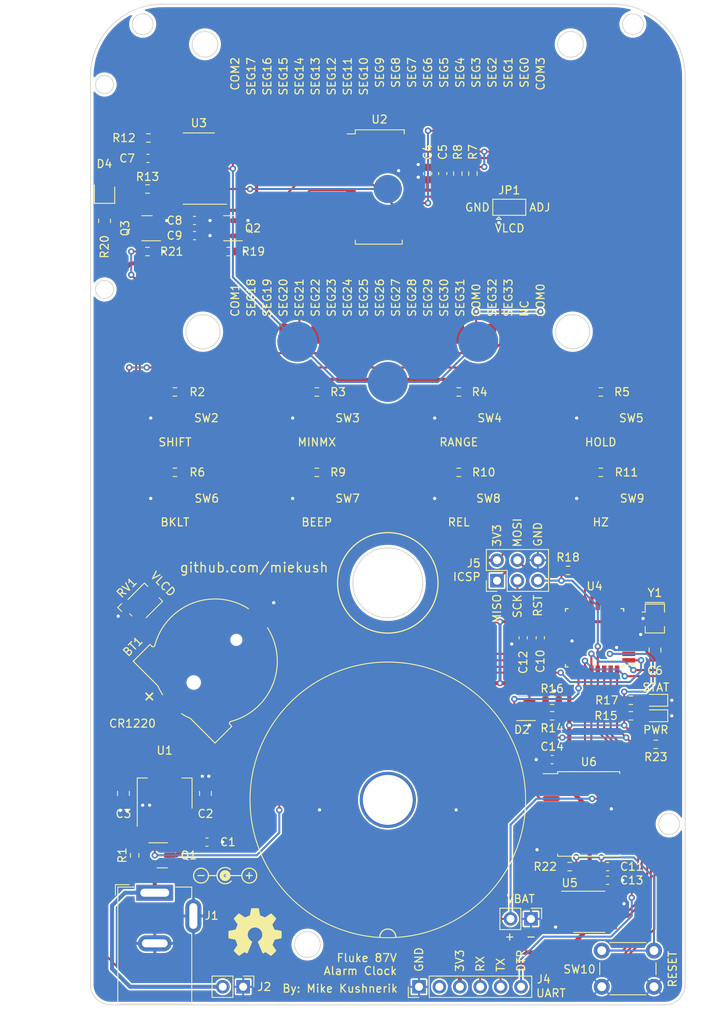
<source format=kicad_pcb>
(kicad_pcb (version 20211014) (generator pcbnew)
  (layers (0 "F.Cu" signal) (31 "B.Cu" signal) (34 "B.Paste" user) (35 "F.Paste" user) (36 "B.SilkS" user "B.Silkscreen") (37 "F.SilkS" user "F.Silkscreen") (38 "B.Mask" user) (39 "F.Mask" user) (44 "Edge.Cuts" user))
  (net 0 "")
  (net 1 "COM3")
  (net 2 "SEG8")
  (net 3 "SEG9")
  (net 4 "SEG10")
  (net 5 "SEG11")
  (net 6 "SEG12")
  (net 7 "SEG13")
  (net 8 "SEG14")
  (net 9 "SEG15")
  (net 10 "SEG16")
  (net 11 "COM2")
  (net 12 "COM1")
  (net 13 "SEG19")
  (net 14 "SEG20")
  (net 15 "SEG21")
  (net 16 "SEG22")
  (net 17 "SEG23")
  (net 18 "SEG24")
  (net 19 "SEG25")
  (net 20 "SEG26")
  (net 21 "SEG27")
  (net 22 "SEG28")
  (net 23 "SEG29")
  (net 24 "COM0")
  (net 25 "+9V")
  (net 26 "GND")
  (net 27 "+3V3")
  (net 28 "V_9V")
  (net 29 "Net-(LS1-Pad1)")
  (net 30 "Net-(LS1-Pad2)")
  (net 31 "Net-(Q1-Pad1)")
  (net 32 "Net-(Q2-Pad3)")
  (net 33 "SHIFT_SW")
  (net 34 "MINMX_SW")
  (net 35 "RANGE_SW")
  (net 36 "HOLD_SW")
  (net 37 "BKLT_SW")
  (net 38 "BEEP_SW")
  (net 39 "REL_SW")
  (net 40 "HZ_SW")
  (net 41 "BKLT")
  (net 42 "BPR")
  (net 44 "Net-(J1-Pad1)")
  (net 58 "I2C_SDA")
  (net 59 "I2C_SCL")
  (net 60 "Net-(U3-Pad11)")
  (net 61 "Net-(D1-Pad2)")
  (net 62 "Net-(BT1-Pad1)")
  (net 66 "Net-(D3-Pad2)")
  (net 67 "Net-(U4-Pad7)")
  (net 68 "Net-(U4-Pad8)")
  (net 69 "UART_DTR")
  (net 70 "RESET")
  (net 72 "UART_RX")
  (net 73 "UART_TX")
  (net 74 "SPI_MISO")
  (net 75 "SPI_SCK")
  (net 76 "SPI_MOSI")
  (net 77 "Net-(Q3-Pad3)")
  (net 78 "Net-(R13-Pad2)")
  (net 80 "Net-(C7-Pad1)")
  (net 81 "Net-(C7-Pad2)")
  (net 83 "RTC_INT")
  (net 84 "VLCD")
  (net 85 "Net-(JP1-Pad3)")
  (net 86 "Net-(D4-Pad1)")
  (net 87 "STAT_LED")
  (net 88 "Net-(R22-Pad2)")
  (footprint "Package_TO_SOT_SMD:SOT-23" (layer "F.Cu") (at 71.9375 148.1498)
    (fp_text reference "Q1")
    (fp_text value "AO3401A")
  )
  (footprint "Capacitor_SMD:C_0603_1608Metric" (layer "F.Cu") (at 75.946 69.168)
    (fp_text reference "C8")
    (fp_text value "100nF")
  )
  (footprint "Resistor_SMD:R_0603_1608Metric" (layer "F.Cu") (at 122.6312 149.5552 180)
    (fp_text reference "R22")
    (fp_text value "0")
  )
  (footprint "Package_TO_SOT_SMD:SOT-23" (layer "F.Cu") (at 116.6876 129.8232 180)
    (fp_text reference "D2")
    (fp_text value "BAT54S")
  )
  (footprint "Capacitor_SMD:C_0805_2012Metric" (layer "F.Cu") (at 77.3096 140.4404 90)
    (fp_text reference "C2")
    (fp_text value "10uF")
  )
  (footprint "Symbol:Symbol_Barrel_Polarity" (layer "F.Cu") (at 79.756 150.5978)
    (fp_text reference "REF**" hide)
    (fp_text value "Symbol_Barrel_Polarity")
  )
  (footprint "fluke-87v-clock:Fluke_87V_Membrane_SW" (layer "F.Cu") (at 108.833332 103.75 180)
    (fp_text reference "SW8")
    (fp_text value "REL")
  )
  (footprint "Capacitor_SMD:C_0805_2012Metric" (layer "F.Cu") (at 133.2484 122.6096 -90)
    (fp_text reference "C6")
    (fp_text value "10uF")
  )
  (footprint "Connector_PinHeader_2.54mm:PinHeader_2x03_P2.54mm_Vertical" (layer "F.Cu") (at 113.5888 113.9736 90)
    (fp_text reference "J5")
    (fp_text value "ICSP")
  )
  (footprint "LED_SMD:LED_0603_1608Metric" (layer "F.Cu") (at 133.35 130.7884 180)
    (fp_text reference "D1")
    (fp_text value "PWR")
  )
  (footprint "Capacitor_SMD:C_0603_1608Metric" (layer "F.Cu") (at 77.5 146.5)
    (fp_text reference "C1")
    (fp_text value "100nF")
  )
  (footprint "Capacitor_SMD:C_0603_1608Metric" (layer "F.Cu") (at 104.9528 63.326 90)
    (fp_text reference "C4")
    (fp_text value "100nF")
  )
  (footprint "Resistor_SMD:R_0603_1608Metric" (layer "F.Cu") (at 108.833332 90.5)
    (fp_text reference "R4")
    (fp_text value "100K")
  )
  (footprint "Resistor_SMD:R_0603_1608Metric" (layer "F.Cu") (at 70.2056 58.9 180)
    (fp_text reference "R12")
    (fp_text value "475K")
  )
  (footprint "Capacitor_SMD:C_0603_1608Metric" (layer "F.Cu") (at 75.946 71.0476)
    (fp_text reference "C9")
    (fp_text value "1uF")
  )
  (footprint "Capacitor_SMD:C_0603_1608Metric" (layer "F.Cu") (at 127.3556 151.2532)
    (fp_text reference "C13")
    (fp_text value "100nF")
  )
  (footprint "Resistor_SMD:R_0603_1608Metric" (layer "F.Cu") (at 110.5916 63.326 90)
    (fp_text reference "R7")
    (fp_text value "10K")
  )
  (footprint "Resistor_SMD:R_0603_1608Metric" (layer "F.Cu") (at 126.5 100.5)
    (fp_text reference "R11")
    (fp_text value "100K")
  )
  (footprint "Package_QFP:TQFP-32_7x7mm_P0.8mm" (layer "F.Cu") (at 125.73 121.0856 180)
    (fp_text reference "U4")
    (fp_text value "ATmega328P-A")
  )
  (footprint "Resistor_SMD:R_0603_1608Metric" (layer "F.Cu") (at 80.2132 73.0288)
    (fp_text reference "R19")
    (fp_text value "10K")
  )
  (footprint "LOGO" (layer "F.Cu") (at 128.778 55.978991)
    (fp_text reference "G***")
    (fp_text value "LOGO" hide)
  )
  (footprint "Package_SO:SOIC-16W_7.5x10.3mm_P1.27mm" (layer "F.Cu") (at 125 143)
    (fp_text reference "U6")
    (fp_text value "DS3231M")
  )
  (footprint "Package_TO_SOT_SMD:SOT-23" (layer "F.Cu") (at 80.2132 70.1332 180)
    (fp_text reference "Q2")
    (fp_text value "AO3400A")
  )
  (footprint "fluke-87v-clock:Fluke_87V_LCD" (layer "F.Cu") (at 100 65)
    (fp_text reference "J3")
    (fp_text value "LCD")
  )
  (footprint "fluke-87v-clock:Fluke_87V_Membrane_SW" (layer "F.Cu") (at 73.5 103.75 180)
    (fp_text reference "SW6")
    (fp_text value "BKLT")
  )
  (footprint "Resistor_SMD:R_0603_1608Metric" (layer "F.Cu") (at 91.166666 100.5)
    (fp_text reference "R9")
    (fp_text value "100K")
  )
  (footprint "Package_TO_SOT_SMD:SOT-23" (layer "F.Cu") (at 70.041 70.1332 180)
    (fp_text reference "Q3")
    (fp_text value "AO3400A")
  )
  (footprint "Capacitor_SMD:C_0603_1608Metric" (layer "F.Cu") (at 70.1548 61.44 180)
    (fp_text reference "C7")
    (fp_text value "470pF")
  )
  (footprint "Connector_PinHeader_2.54mm:PinHeader_1x02_P2.54mm_Vertical" (layer "F.Cu") (at 117.8152 156.0576 -90)
    (fp_text reference "J6")
    (fp_text value "RTC_BATT")
  )
  (footprint "Jumper:SolderJumper-3_P1.3mm_Bridged12_Pad1.0x1.5mm" (layer "F.Cu") (at 115.1128 67.5231)
    (fp_text reference "JP1")
    (fp_text value "CONTRAST_SEL")
  )
  (footprint "fluke-87v-clock:Fluke_87V_Membrane_SW" (layer "F.Cu") (at 126.5 93.75 180)
    (fp_text reference "SW5")
    (fp_text value "HOLD")
  )
  (footprint "fluke-87v-clock:BAT_1056" (layer "F.Cu") (at 78.5 124 45)
    (fp_text reference "BT1")
    (fp_text value "Battery_Cell")
  )
  (footprint "fluke-87v-clock:LED_3020" (layer "F.Cu") (at 64.75 65 90)
    (fp_text reference "D4")
    (fp_text value "5973902507F")
  )
  (footprint "Connector_PinHeader_2.54mm:PinHeader_1x02_P2.54mm_Vertical" (layer "F.Cu") (at 82 164.5 -90)
    (fp_text reference "J2")
    (fp_text value "9V")
  )
  (footprint "Capacitor_SMD:C_0603_1608Metric" (layer "F.Cu") (at 106.8324 63.326 90)
    (fp_text reference "C5")
    (fp_text value "1uF")
  )
  (footprint "Potentiometer_SMD:Potentiometer_Bourns_TC33X_Vertical" (layer "F.Cu") (at 69.5 116.75 45)
    (fp_text reference "RV1")
    (fp_text value "CONTRAST_ADJ")
  )
  (footprint "Package_SO:SOIC-8_3.9x4.9mm_P1.27mm" (layer "F.Cu") (at 125.0696 155.1724)
    (fp_text reference "U5")
    (fp_text value "CAT24C256")
  )
  (footprint "fluke-87v-clock:Fluke_87V_Membrane_SW" (layer "F.Cu") (at 73.5 93.75 180)
    (fp_text reference "SW2")
    (fp_text value "SHIFT")
  )
  (footprint "Capacitor_SMD:C_0603_1608Metric" (layer "F.Cu") (at 116.84 121.0856 -90)
    (fp_text reference "C12")
    (fp_text value "1uF")
  )
  (footprint "LED_SMD:LED_0603_1608Metric" (layer "F.Cu") (at 133.35 128.858 180)
    (fp_text reference "D3")
    (fp_text value "STAT")
  )
  (footprint "Connector_BarrelJack:BarrelJack_GCT_DCJ200-10-A_Horizontal" (layer "F.Cu") (at 71 152.8)
    (fp_text reference "J1")
    (fp_text value "9V")
  )
  (footprint "Capacitor_SMD:C_0805_2012Metric" (layer "F.Cu") (at 67.0988 140.4404 -90)
    (fp_text reference "C3")
    (fp_text value "10uF")
  )
  (footprint "Resistor_SMD:R_0603_1608Metric" (layer "F.Cu") (at 108.712 63.326 90)
    (fp_text reference "R8")
    (fp_text value "10K")
  )
  (footprint "fluke-87v-clock:Fluke_87V_Membrane_SW" (layer "F.Cu") (at 91.166666 93.75 180)
    (fp_text reference "SW3")
    (fp_text value "MINMX")
  )
  (footprint "fluke-87v-clock:SSOP-A32" (layer "F.Cu") (at 99 65 -90)
    (fp_text reference "U2")
    (fp_text value "BU91796FS")
  )
  (footprint "Resistor_SMD:R_0603_1608Metric" (layer "F.Cu") (at 108.833332 100.5)
    (fp_text reference "R10")
    (fp_text value "100K")
  )
  (footprint "Capacitor_SMD:C_0603_1608Metric" (layer "F.Cu") (at 118.9736 121.0856 -90)
    (fp_text reference "C10")
    (fp_text value "100nF")
  )
  (footprint "Resistor_SMD:R_0603_1608Metric" (layer "F.Cu") (at 70.104 65.25)
    (fp_text reference "R13")
    (fp_text value "475K")
  )
  (footprint "Resistor_SMD:R_0603_1608Metric" (layer "F.Cu") (at 120.4468 130.7884 180)
    (fp_text reference "R14")
    (fp_text value "9K")
  )
  (footprint "Resistor_SMD:R_0603_1608Metric" (layer "F.Cu") (at 126.5 90.5)
    (fp_text reference "R5")
    (fp_text value "100K")
  )
  (footprint "fluke-87v-clock:Fluke_87V_Membrane_SW" (layer "F.Cu") (at 91.166666 103.75 180)
    (fp_text reference "SW7")
    (fp_text value "BEEP")
  )
  (footprint "Resistor_SMD:R_0603_1608Metric" (layer "F.Cu") (at 130.2472 130.7884)
    (fp_text reference "R15")
    (fp_text value "1K")
  )
  (footprint "Resistor_SMD:R_0603_1608Metric" (layer "F.Cu") (at 122.428 112.7036 180)
    (fp_text reference "R18")
    (fp_text value "10K")
  )
  (footprint "Package_TO_SOT_SMD:SOT-223-3_TabPin2" (layer "F.Cu") (at 72.2296 140.4404 90)
    (fp_text reference "U1")
    (fp_text value "NCP1117")
  )
  (footprint "Resistor_SMD:R_0603_1608Metric" (layer "F.Cu") (at 73.5 100.5)
    (fp_text reference "R6")
    (fp_text value "100K")
  )
  (footprint "Resistor_SMD:R_0603_1608Metric" (layer "F.Cu") (at 120.4468 128.858)
    (fp_text reference "R16")
    (fp_text value "1K")
  )
  (footprint "fluke-87v-clock:Fluke_87V_Rotary_Dial" (layer "F.Cu") (at 100 141.25)
    (fp_text reference "SW1")
    (fp_text value "ROT_DIAL")
  )
  (footprint "Crystal:Resonator_SMD_Murata_CSTxExxV-3Pin_3.0x1.1mm" (layer "F.Cu") (at 133.23 118.6856 -90)
    (fp_text reference "Y1")
    (fp_text value "8MHz")
  )
  (footprint "Capacitor_SMD:C_0603_1608Metric" (layer "F.Cu") (at 127.3556 149.5552 180)
    (fp_text reference "C11")
    (fp_text value "100nF")
  )
  (footprint "Resistor_SMD:R_0603_1608Metric" (layer "F.Cu") (at 68.5 148.1498 90)
    (fp_text reference "R1")
    (fp_text value "10K")
  )
  (footprint "Symbol:OSHW-Symbol_6.7x6mm_SilkScreen" (layer "F.Cu") (at 83.4644 157.7086)
    (fp_text reference "REF**" hide)
    (fp_text value "OSHW-Symbol_6.7x6mm_SilkScreen" hide)
  )
  (footprint "Resistor_SMD:R_0603_1608Metric" (layer "F.Cu") (at 70.0918 73.0288)
    (fp_text reference "R21")
    (fp_text value "10K")
  )
  (footprint "Button_Switch_THT:SW_PUSH_6mm" (layer "F.Cu") (at 126.6216 160)
    (fp_text reference "SW10")
    (fp_text value "RESET")
  )
  (footprint "Resistor_SMD:R_0603_1608Metric" (layer "F.Cu") (at 133.35 134.3406 180)
    (fp_text reference "R23")
    (fp_text value "10K")
  )
  (footprint "Resistor_SMD:R_0805_2012Metric" (layer "F.Cu") (at 64.75 69.2188 -90)
    (fp_text reference "R20")
    (fp_text value "220")
  )
  (footprint "Capacitor_SMD:C_0603_1608Metric" (layer "F.Cu") (at 120.4468 136.2416 180)
    (fp_text reference "C14")
    (fp_text value "100nF")
  )
  (footprint "Package_SO:SOIC-14_3.9x8.7mm_P1.27mm" (layer "F.Cu") (at 76.486 62.71 180)
    (fp_text reference "U3")
    (fp_text value "4069")
  )
  (footprint "Resistor_SMD:R_0603_1608Metric" (layer "F.Cu") (at 130.2472 128.858)
    (fp_text reference "R17")
    (fp_text value "1K")
  )
  (footprint "fluke-87v-clock:Fluke_87V_Membrane_SW" (layer "F.Cu") (at 108.833332 93.75 180)
    (fp_text reference "SW4")
    (fp_text value "RANGE")
  )
  (footprint "Resistor_SMD:R_0603_1608Metric" (layer "F.Cu") (at 91.166666 90.5)
    (fp_text reference "R3")
    (fp_text value "100K")
  )
  (footprint "fluke-87v-clock:Fluke_87V_Membrane_SW" (layer "F.Cu") (at 126.5 103.75 180)
    (fp_text reference "SW9")
    (fp_text value "HZ")
  )
  (footprint "Connector_PinHeader_2.54mm:PinHeader_1x06_P2.54mm_Vertical" (layer "F.Cu") (at 103.88 164.5 90)
    (fp_text reference "J4")
    (fp_text value "UART")
  )
  (footprint "Resistor_SMD:R_0603_1608Metric" (layer "F.Cu") (at 73.5 90.5)
    (fp_text reference "R2")
    (fp_text value "100K")
  )
  (footprint "fluke-87v-clock:Fluke_87V_Buzzer" (layer "B.Cu") (at 100 74.75 180)
    (fp_text reference "LS1")
    (fp_text value "Buzzer")
  )
  (gr_circle (center 100 114.25) (end 106.25 114.25) (layer "F.SilkS") (width 0.15) (fill none))
  (gr_arc (start 99 158.3) (mid 100 157.317303) (end 101 158.3) (layer "F.SilkS") (width 0.15))
  (gr_arc (start 65.5 166.75) (mid 63.732233 166.017767) (end 63 164.25) (layer "Edge.Cuts") (width 0.1))
  (gr_line (start 65.5 166.75) (end 134.5 166.75) (layer "Edge.Cuts") (width 0.1))
  (gr_circle (center 135 144.25) (end 136.3 144.25) (layer "Edge.Cuts") (width 0.1) (fill none))
  (gr_circle (center 77.25 47.25) (end 78.85 47.25) (layer "Edge.Cuts") (width 0.1) (fill none))
  (gr_circle (center 123 83) (end 125.125 83) (layer "Edge.Cuts") (width 0.1) (fill none))
  (gr_arc (start 137 164.25) (mid 136.267767 166.017767) (end 134.5 166.75) (layer "Edge.Cuts") (width 0.1))
  (gr_line (start 63 51.25) (end 63 164.25) (layer "Edge.Cuts") (width 0.1))
  (gr_circle (center 90 159.25) (end 91.6 159.25) (layer "Edge.Cuts") (width 0.1) (fill none))
  (gr_circle (center 69.5 44.75) (end 70.8 44.75) (layer "Edge.Cuts") (width 0.1) (fill none))
  (gr_circle (center 100 114.25) (end 104.35 114.25) (layer "Edge.Cuts") (width 0.1) (fill none))
  (gr_arc (start 128 42.25) (mid 134.363961 44.886039) (end 137 51.25) (layer "Edge.Cuts") (width 0.1))
  (gr_circle (center 130.5 44.75) (end 131.8 44.75) (layer "Edge.Cuts") (width 0.1) (fill none))
  (gr_circle (center 64.75 77.75) (end 65.875 77.75) (layer "Edge.Cuts") (width 0.1) (fill none))
  (gr_circle (center 122.75 47.25) (end 124.35 47.25) (layer "Edge.Cuts") (width 0.1) (fill none))
  (gr_line (start 72 42.25) (end 128 42.25) (layer "Edge.Cuts") (width 0.1))
  (gr_arc (start 63 51.25) (mid 65.636039 44.886039) (end 72 42.25) (layer "Edge.Cuts") (width 0.1))
  (gr_circle (center 77 83) (end 79.125 83) (layer "Edge.Cuts") (width 0.1) (fill none))
  (gr_line (start 137 51.25) (end 137 164.25) (layer "Edge.Cuts") (width 0.1))
  (gr_circle (center 64.75 52.25) (end 65.875 52.25) (layer "Edge.Cuts") (width 0.1) (fill none))
  (gr_text "REV. 1A 12/25/2022" (at 64.6 96 -90) (layer "F.Cu") (effects (font (size 1.5 1.5) (thickness 0.3))))
  (gr_text "miekush" (at 135.4 96 90) (layer "F.Cu") (effects (font (size 1.5 1.5) (thickness 0.3))))
  (gr_text "SEG15" (at 87 48.75 90) (layer "F.SilkS") (effects (font (size 1 1)) (justify right)))
  (gr_text "TX" (at 114.04 162.7336 90) (layer "F.SilkS") (effects (font (size 1 1)) (justify left)))
  (gr_text "SEG22" (at 91 81.25 90) (layer "F.SilkS") (effects (font (size 1 1)) (justify left)))
  (gr_text "NC" (at 117 81.25 90) (layer "F.SilkS") (effects (font (size 1 1)) (justify left)))
  (gr_text "SEG9" (at 99 48.75 90) (layer "F.SilkS") (effects (font (size 1 1)) (justify right)))
  (gr_text "RST" (at 118.6688 117.094 90) (layer "F.SilkS") (effects (font (size 1 1))))
  (gr_text "github.com/miekush" (at 83.3628 112.3442) (layer "F.SilkS") (effects (font (size 1.2 1.2) (thickness 0.16))))
  (gr_text "COM1" (at 81 81.25 90) (layer "F.SilkS") (effects (font (size 1 1)) (justify left)))
  (gr_text "SEG23" (at 93 81.25 90) (layer "F.SilkS") (effects (font (size 1 1)) (justify left)))
  (gr_text "SEG17" (at 83 48.75 90) (layer "F.SilkS") (effects (font (size 1 1)) (justify right)))
  (gr_text "3V3" (at 108.96 162.7336 90) (layer "F.SilkS") (effects (font (size 1 1)) (justify left)))
  (gr_text "3V3" (at 113.5888 108.3564 90) (layer "F.SilkS") (effects (font (size 1 1))))
  (gr_text "SEG11" (at 95 48.75 90) (layer "F.SilkS") (effects (font (size 1 1)) (justify right)))
  (gr_text "COM3" (at 119 48.75 90) (layer "F.SilkS") (effects (font (size 1 1)) (justify right)))
  (gr_text "SEG30" (at 107 81.25 90) (layer "F.SilkS") (effects (font (size 1 1)) (justify left)))
  (gr_text "SEG32" (at 113 81.25 90) (layer "F.SilkS") (effects (font (size 1 1)) (justify left)))
  (gr_text "CR1220" (at 68.2244 131.7498) (layer "F.SilkS") (effects (font (size 1 1))))
  (gr_text "SEG8" (at 101 48.75 90) (layer "F.SilkS") (effects (font (size 1 1)) (justify right)))
  (gr_text "GND" (at 103.88 162.7336 90) (layer "F.SilkS") (effects (font (size 1 1)) (justify left)))
  (gr_text "SEG12" (at 93 48.75 90) (layer "F.SilkS") (effects (font (size 1 1)) (justify right)))
  (gr_text "SEG3" (at 111 48.75 90) (layer "F.SilkS") (effects (font (size 1 1)) (justify right)))
  (gr_text "VLCD" (at 115.1652 70.1295) (layer "F.SilkS") (effects (font (size 1 1))))
  (gr_text "VBAT" (at 116.5452 153.5684) (layer "F.SilkS") (effects (font (size 1 1))))
  (gr_text "COM0" (at 119 81.25 90) (layer "F.SilkS") (effects (font (size 1 1)) (justify left)))
  (gr_text "-" (at 117.8152 158.242) (layer "F.SilkS") (effects (font (size 1 1))))
  (gr_text "SEG16" (at 85 48.75 90) (layer "F.SilkS") (effects (font (size 1 1)) (justify right)))
  (gr_text "RX" (at 111.5 162.7336 90) (layer "F.SilkS") (effects (font (size 1 1)) (justify left)))
  (gr_text "SEG25" (at 97 81.25 90) (layer "F.SilkS") (effects (font (size 1 1)) (justify left)))
  (gr_text "SEG18" (at 83 81.25 90) (layer "F.SilkS") (effects (font (size 1 1)) (justify left)))
  (gr_text "DTR" (at 116.58 162.7336 90) (layer "F.SilkS") (effects (font (size 1 1)) (justify left)))
  (gr_text "SEG19" (at 85 81.25 90) (layer "F.SilkS") (effects (font (size 1 1)) (justify left)))
  (gr_text "SEG10" (at 97 48.75 90) (layer "F.SilkS") (effects (font (size 1 1)) (justify right)))
  (gr_text "ADJ" (at 118.9244 67.5387) (layer "F.SilkS") (effects (font (size 1 1))))
  (gr_text "SEG33" (at 115 81.25 90) (layer "F.SilkS") (effects (font (size 1 1)) (justify left)))
  (gr_text "SEG24" (at 95 81.25 90) (layer "F.SilkS") (effects (font (size 1 1)) (justify left)))
  (gr_text "SEG2" (at 113 48.75 90) (layer "F.SilkS") (effects (font (size 1 1)) (justify right)))
  (gr_text "SEG20" (at 87 81.25 90) (layer "F.SilkS") (effects (font (size 1 1)) (justify left)))
  (gr_text "SEG7" (at 103 48.75 90) (layer "F.SilkS") (effects (font (size 1 1)) (justify right)))
  (gr_text "SEG26" (at 99 81.25 90) (layer "F.SilkS") (effects (font (size 1 1)) (justify left)))
  (gr_text "Fluke 87V\nAlarm Clock" (at 101.219 161.7218) (layer "F.SilkS") (effects (font (size 1 1)) (justify right)))
  (gr_text "SEG1" (at 115 48.75 90) (layer "F.SilkS") (effects (font (size 1 1)) (justify right)))
  (gr_text "GND" (at 111.152 67.5387) (layer "F.SilkS") (effects (font (size 1 1))))
  (gr_text "SEG0" (at 117 48.75 90) (layer "F.SilkS") (effects (font (size 1 1)) (justify right)))
  (gr_text "SEG28" (at 103 81.25 90) (layer "F.SilkS") (effects (font (size 1 1)) (justify left)))
  (gr_text "By: Mike Kushnerik" (at 101.3206 164.719) (layer "F.SilkS") (effects (font (size 1 1)) (justify right)))
  (gr_text "GND" (at 118.6688 109.8296 90) (layer "F.SilkS") (effects (font (size 1 1)) (justify left)))
  (gr_text "SEG21" (at 89 81.25 90) (layer "F.SilkS") (effects (font (size 1 1)) (justify left)))
  (gr_text "COM2" (at 81 48.75 90) (layer "F.SilkS") (effects (font (size 1 1)) (justify right)))
  (gr_text "MOSI" (at 116.1288 108.0008 90) (layer "F.SilkS") (effects (font (size 1 1))))
  (gr_text "+" (at 115.1736 158.242) (layer "F.SilkS") (effects (font (size 1 1))))
  (gr_text "MISO" (at 113.5888 117.4496 90) (layer "F.SilkS") (effects (font (size 1 1))))
  (gr_text "SEG13" (at 91 48.75 90) (layer "F.SilkS") (effects (font (size 1 1)) (justify right)))
  (gr_text "SCK" (at 116.1288 117.1448 90) (layer "F.SilkS") (effects (font (size 1 1))))
  (gr_text "SEG5" (at 107 48.75 90) (layer "F.SilkS") (effects (font (size 1 1)) (justify right)))
  (gr_text "SEG31" (at 109 81.25 90) (layer "F.SilkS") (effects (font (size 1 1)) (justify left)))
  (gr_text "VLCD" (at 70.6628 113.03 315) (layer "F.SilkS") (effects (font (size 1 1)) (justify left)))
  (gr_text "SEG27" (at 101 81.25 90) (layer "F.SilkS") (effects (font (size 1 1)) (justify left)))
  (gr_text "SEG29" (at 105 81.25 90) (layer "F.SilkS") (effects (font (size 1 1)) (justify left)))
  (gr_text "SEG4" (at 109 48.75 90) (layer "F.SilkS") (effects (font (size 1 1)) (justify right)))
  (gr_text "COM0" (at 111 81.25 90) (layer "F.SilkS") (effects (font (size 1 1)) (justify left)))
  (gr_text "SEG14" (at 89 48.75 90) (layer "F.SilkS") (effects (font (size 1 1)) (justify right)))
  (gr_text "SEG6" (at 105 48.75 90) (layer "F.SilkS") (effects (font (size 1 1)) (justify right)))
  (segment (start 115.4096 58) (end 105 58) (width 0.254) (layer "F.Cu") (net 1))
  (segment (start 119 54.4096) (end 115.4096 58) (width 0.254) (layer "F.Cu") (net 1))
  (segment (start 102.6 67) (end 105 67) (width 0.254) (layer "F.Cu") (net 1))
  (segment (start 119 46.75) (end 119 54.4096) (width 0.254) (layer "F.Cu") (net 1))
  (via (at 105 67) (size 0.8) (drill 0.4) (layers "F.Cu" "B.Cu") (net 1))
  (via (at 105 58) (size 0.8) (drill 0.4) (layers "F.Cu" "B.Cu") (net 1))
  (segment (start 105 67) (end 105 58) (width 0.254) (layer "B.Cu") (net 1))
  (segment (start 101 58.4588) (end 101 46.75) (width 0.254) (layer "F.Cu") (net 2))
  (segment (start 101.5412 59) (end 101 58.4588) (width 0.254) (layer "F.Cu") (net 2))
  (segment (start 102.6 59) (end 101.5412 59) (width 0.254) (layer "F.Cu") (net 2))
  (segment (start 100.9696 59.8) (end 99 57.8304) (width 0.254) (layer "F.Cu") (net 3))
  (segment (start 99 57.8304) (end 99 46.75) (width 0.254) (layer "F.Cu") (net 3))
  (segment (start 102.6 59.8) (end 100.9696 59.8) (width 0.254) (layer "F.Cu") (net 3))
  (segment (start 97 59.2392) (end 97 46.75) (width 0.254) (layer "F.Cu") (net 4))
  (segment (start 95.4 59.8) (end 96.4392 59.8) (width 0.254) (layer "F.Cu") (net 4))
  (segment (start 96.4392 59.8) (end 97 59.2392) (width 0.254) (layer "F.Cu") (net 4))
  (segment (start 95 59) (end 95 46.75) (width 0.254) (layer "F.Cu") (net 5))
  (segment (start 95.4 59) (end 95 59) (width 0.254) (layer "F.Cu") (net 5))
  (segment (start 95.4 60.6) (end 94.556 60.6) (width 0.254) (layer "F.Cu") (net 6))
  (segment (start 94.556 60.6) (end 93 59.044) (width 0.254) (layer "F.Cu") (net 6))
  (segment (start 93 59.044) (end 93 46.75) (width 0.254) (layer "F.Cu") (net 6))
  (segment (start 93.5272 61.4) (end 91 58.8728) (width 0.254) (layer "F.Cu") (net 7))
  (segment (start 91 58.8728) (end 91 46.75) (width 0.254) (layer "F.Cu") (net 7))
  (segment (start 95.4 61.4) (end 93.5272 61.4) (width 0.254) (layer "F.Cu") (net 7))
  (segment (start 89 59.362) (end 89 46.75) (width 0.254) (layer "F.Cu") (net 8))
  (segment (start 91.838 62.2) (end 89 59.362) (width 0.254) (layer "F.Cu") (net 8))
  (segment (start 95.4 62.2) (end 91.838 62.2) (width 0.254) (layer "F.Cu") (net 8))
  (segment (start 90.352 63) (end 87 59.648) (width 0.254) (layer "F.Cu") (net 9))
  (segment (start 87 59.648) (end 87 46.75) (width 0.254) (layer "F.Cu") (net 9))
  (segment (start 95.4 63) (end 90.352 63) (width 0.254) (layer "F.Cu") (net 9))
  (segment (start 88.7644 63.8) (end 85 60.0356) (width 0.254) (layer "F.Cu") (net 10))
  (segment (start 85 60.0356) (end 85 46.75) (width 0.254) (layer "F.Cu") (net 10))
  (segment (start 95.4 63.8) (end 88.7644 63.8) (width 0.254) (layer "F.Cu") (net 10))
  (segment (start 81.6864 44.5808) (end 81 45.2672) (width 0.254) (layer "F.Cu") (net 11))
  (segment (start 81 45.2672) (end 81 46.75) (width 0.254) (layer "F.Cu") (net 11))
  (segment (start 97.9932 64.5452) (end 97.9932 45.3644) (width 0.254) (layer "F.Cu") (net 11))
  (segment (start 97.2096 44.5808) (end 81.6864 44.5808) (width 0.254) (layer "F.Cu") (net 11))
  (segment (start 97.9932 45.3644) (end 97.2096 44.5808) (width 0.254) (layer "F.Cu") (net 11))
  (segment (start 101.248 67.8) (end 97.9932 64.5452) (width 0.254) (layer "F.Cu") (net 11))
  (segment (start 102.6 67.8) (end 101.248 67.8) (width 0.254) (layer "F.Cu") (net 11))
  (segment (start 113.9952 73.3336) (end 113.9952 84.5096) (width 0.254) (layer "F.Cu") (net 12))
  (segment (start 109.2616 68.6) (end 113.9952 73.3336) (width 0.254) (layer "F.Cu") (net 12))
  (segment (start 81.8896 85.678) (end 81 84.7884) (width 0.254) (layer "F.Cu") (net 12))
  (segment (start 112.8268 85.678) (end 81.8896 85.678) (width 0.254) (layer "F.Cu") (net 12))
  (segment (start 113.9952 84.5096) (end 112.8268 85.678) (width 0.254) (layer "F.Cu") (net 12))
  (segment (start 102.6 68.6) (end 109.2616 68.6) (width 0.254) (layer "F.Cu") (net 12))
  (segment (start 81 84.7884) (end 81 83.25) (width 0.254) (layer "F.Cu") (net 12))
  (segment (start 88.6928 64.6) (end 95.4 64.6) (width 0.254) (layer "F.Cu") (net 13))
  (segment (start 85 68.2928) (end 88.6928 64.6) (width 0.254) (layer "F.Cu") (net 13))
  (segment (start 85 83.25) (end 85 68.2928) (width 0.254) (layer "F.Cu") (net 13))
  (segment (start 87 83.25) (end 87 68.7312) (width 0.254) (layer "F.Cu") (net 14))
  (segment (start 90.3312 65.4) (end 95.4 65.4) (width 0.254) (layer "F.Cu") (net 14))
  (segment (start 87 68.7312) (end 90.3312 65.4) (width 0.254) (layer "F.Cu") (net 14))
  (segment (start 89 83.25) (end 89 69.1188) (width 0.254) (layer "F.Cu") (net 15))
  (segment (start 91.9188 66.2) (end 95.4 66.2) (width 0.254) (layer "F.Cu") (net 15))
  (segment (start 89 69.1188) (end 91.9188 66.2) (width 0.254) (layer "F.Cu") (net 15))
  (segment (start 93.5572 67) (end 95.4 67) (width 0.254) (layer "F.Cu") (net 16))
  (segment (start 91 69.5572) (end 93.5572 67) (width 0.254) (layer "F.Cu") (net 16))
  (segment (start 91 83.25) (end 91 69.5572) (width 0.254) (layer "F.Cu") (net 16))
  (segment (start 93 83.25) (end 93 69.3352) (width 0.254) (layer "F.Cu") (net 17))
  (segment (start 93 69.3352) (end 94.5352 67.8) (width 0.254) (layer "F.Cu") (net 17))
  (segment (start 94.5352 67.8) (end 95.4 67.8) (width 0.254) (layer "F.Cu") (net 17))
  (segment (start 95.4 71) (end 95 71) (width 0.254) (layer "F.Cu") (net 18))
  (segment (start 95 71) (end 95 83.25) (width 0.254) (layer "F.Cu") (net 18))
  (segment (start 97 70.7148) (end 96.4852 70.2) (width 0.254) (layer "F.Cu") (net 19))
  (segment (start 97 83.25) (end 97 70.7148) (width 0.254) (layer "F.Cu") (net 19))
  (segment (start 96.4852 70.2) (end 95.4 70.2) (width 0.254) (layer "F.Cu") (net 19))
  (segment (start 99 71.1908) (end 99 83.25) (width 0.254) (layer "F.Cu") (net 20))
  (segment (start 95.4 69.4) (end 97.2092 69.4) (width 0.254) (layer "F.Cu") (net 20))
  (segment (start 97.2092 69.4) (end 99 71.1908) (width 0.254) (layer "F.Cu") (net 20))
  (segment (start 97.8824 68.6) (end 101 71.7176) (width 0.254) (layer "F.Cu") (net 21))
  (segment (start 95.4 68.6) (end 97.8824 68.6) (width 0.254) (layer "F.Cu") (net 21))
  (segment (start 101 71.7176) (end 101 83.25) (width 0.254) (layer "F.Cu") (net 21))
  (segment (start 102.6 71) (end 103 71) (width 0.254) (layer "F.Cu") (net 22))
  (segment (start 103 71) (end 103 83.25) (width 0.254) (layer "F.Cu") (net 22))
  (segment (start 103.5972 70.2) (end 105 71.6028) (width 0.254) (layer "F.Cu") (net 23))
  (segment (start 102.6 70.2) (end 103.5972 70.2) (width 0.254) (layer "F.Cu") (net 23))
  (segment (start 105 71.6028) (end 105 83.25) (width 0.254) (layer "F.Cu") (net 23))
  (segment (start 111 72.7768) (end 111 80.4436) (width 0.254) (layer "F.Cu") (net 24))
  (segment (start 102.6 69.4) (end 107.6232 69.4) (width 0.254) (layer "F.Cu") (net 24))
  (segment (start 119 80.5) (end 119 83.25) (width 0.254) (layer "F.Cu") (net 24))
  (segment (start 107.6232 69.4) (end 111 72.7768) (width 0.254) (layer "F.Cu") (net 24))
  (segment (start 111 80.4436) (end 111 83.25) (width 0.254) (layer "F.Cu") (net 24))
  (via (at 119 80.5) (size 0.8) (drill 0.4) (layers "F.Cu" "B.Cu") (net 24))
  (via (at 111 80.5) (size 0.8) (drill 0.4) (layers "F.Cu" "B.Cu") (net 24))
  (segment (start 111 80.5) (end 119 80.5) (width 0.254) (layer "B.Cu") (net 24))
  (segment (start 67.3608 64.4944) (end 67.3608 67.0852) (width 0.508) (layer "F.Cu") (net 25))
  (segment (start 66.6664 63.8) (end 67.3608 64.4944) (width 0.508) (layer "F.Cu") (net 25))
  (segment (start 92.623547 123.2732) (end 79.8068 136.089948) (width 0.254) (layer "F.Cu") (net 25))
  (segment (start 66.882 123.2192) (end 75.5904 123.2192) (width 0.508) (layer "F.Cu") (net 25))
  (segment (start 79.8068 142.7772) (end 78.9936 143.5904) (width 0.254) (layer "F.Cu") (net 25))
  (segment (start 74.011 72.881) (end 72.39 74.502) (width 0.508) (layer "F.Cu") (net 25))
  (segment (start 74.0156 69.168) (end 74.011 69.1726) (width 0.508) (layer "F.Cu") (net 25))
  (segment (start 66.6556 145.628) (end 74.5296 145.628) (width 0.508) (layer "F.Cu") (net 25))
  (segment (start 73.723 148.1498) (end 74.5296 147.3432) (width 0.508) (layer "F.Cu") (net 25))
  (segment (start 64.5668 115.142) (end 64.5668 120.904) (width 0.508) (layer "F.Cu") (net 25))
  (segment (start 75.171 71.0476) (end 74.0664 71.0476) (width 0.508) (layer "F.Cu") (net 25))
  (segment (start 72.39 74.502) (end 68.0212 74.502) (width 0.508) (layer "F.Cu") (net 25))
  (segment (start 74.5296 147.3432) (end 74.5296 146.4288) (width 0.508) (layer "F.Cu") (net 25))
  (segment (start 74.011 69.1726) (end 74.011 67.7918) (width 0.508) (layer "F.Cu") (net 25))
  (segment (start 74.011 67.7918) (end 74.011 66.52) (width 0.508) (layer "F.Cu") (net 25))
  (segment (start 75.5904 123.2192) (end 78.2828 125.9116) (width 0.508) (layer "F.Cu") (net 25))
  (segment (start 74.5296 146.4288) (end 74.5296 145.628) (width 0.508) (layer "F.Cu") (net 25))
  (segment (start 68.0674 67.7918) (end 74.011 67.7918) (width 0.508) (layer "F.Cu") (net 25))
  (segment (start 68.58 133.684) (end 65.532 136.732) (width 0.508) (layer "F.Cu") (net 25))
  (segment (start 66.802 75.7212) (end 66.802 112.9068) (width 0.508) (layer "F.Cu") (net 25))
  (segment (start 72.875 148.1498) (end 73.723 148.1498) (width 0.508) (layer "F.Cu") (net 25))
  (segment (start 121.2718 130.7884) (end 121.2718 132.0462) (width 0.254) (layer "F.Cu") (net 25))
  (segment (start 120.4468 132.8712) (end 117.0216 132.8712) (width 0.254) (layer "F.Cu") (net 25))
  (segment (start 74.011 70.9922) (end 74.011 72.881) (width 0.508) (layer "F.Cu") (net 25))
  (segment (start 74.5296 142.2124) (end 75.3516 141.3904) (width 0.508) (layer "F.Cu") (net 25))
  (segment (start 74.6008 146.5) (end 74.5296 146.4288) (width 0.381) (layer "F.Cu") (net 25))
  (segment (start 75.3516 141.3904) (end 77.3096 141.3904) (width 0.508) (layer "F.Cu") (net 25))
  (segment (start 75.171 69.168) (end 74.0156 69.168) (width 0.508) (layer "F.Cu") (net 25))
  (segment (start 107.4236 123.2732) (end 92.623547 123.2732) (width 0.254) (layer "F.Cu") (net 25))
  (segment (start 74.5296 145.628) (end 74.5296 143.5904) (width 0.508) (layer "F.Cu") (net 25))
  (segment (start 74.5296 143.5904) (end 74.5296 142.2124) (width 0.508) (layer "F.Cu") (net 25))
  (segment (start 67.3608 67.0852) (end 68.0674 67.7918) (width 0.508) (layer "F.Cu") (net 25))
  (segment (start 66.802 112.9068) (end 64.5668 115.142) (width 0.508) (layer "F.Cu") (net 25))
  (segment (start 121.2718 132.0462) (end 120.4468 132.8712) (width 0.254) (layer "F.Cu") (net 25))
  (segment (start 78.2828 131.0424) (end 75.6412 133.684) (width 0.508) (layer "F.Cu") (net 25))
  (segment (start 76.725 146.5) (end 74.6008 146.5) (width 0.381) (layer "F.Cu") (net 25))
  (segment (start 78.9936 143.5904) (end 74.5296 143.5904) (width 0.254) (layer "F.Cu") (net 25))
  (segment (start 74.011 70.9922) (end 74.011 69.1726) (width 0.508) (layer "F.Cu") (net 25))
  (segment (start 78.2828 125.9116) (end 78.2828 131.0424) (width 0.508) (layer "F.Cu") (net 25))
  (segment (start 79.8068 136.089948) (end 79.8068 142.7772) (width 0.254) (layer "F.Cu") (net 25))
  (segment (start 64.5668 120.904) (end 66.882 123.2192) (width 0.508) (layer "F.Cu") (net 25))
  (segment (start 117.0216 132.8712) (end 107.4236 123.2732) (width 0.254) (layer "F.Cu") (net 25))
  (segment (start 74.0664 71.0476) (end 74.011 70.9922) (width 0.508) (layer "F.Cu") (net 25))
  (segment (start 75.6412 133.684) (end 68.58 133.684) (width 0.508) (layer "F.Cu") (net 25))
  (segment (start 68.0212 74.502) (end 66.802 75.7212) (width 0.508) (layer "F.Cu") (net 25))
  (segment (start 65.532 144.5044) (end 66.6556 145.628) (width 0.508) (layer "F.Cu") (net 25))
  (segment (start 64.75 63.8) (end 66.6664 63.8) (width 0.508) (layer "F.Cu") (net 25))
  (segment (start 65.532 136.732) (end 65.532 144.5044) (width 0.508) (layer "F.Cu") (net 25))
  (segment (start 129.98 120.6856) (end 131.464 120.6856) (width 0.381) (layer "F.Cu") (net 26))
  (segment (start 124.253 154.5374) (end 124.2568 154.5336) (width 0.25) (layer "F.Cu") (net 26))
  (segment (start 133.03 123.5596) (end 133.2484 123.5596) (width 0.381) (layer "F.Cu") (net 26))
  (segment (start 76.721 69.168) (end 77.8764 69.168) (width 0.381) (layer "F.Cu") (net 26))
  (segment (start 76.9112 138.3068) (end 76.9112 139.092) (width 0.508) (layer "F.Cu") (net 26))
  (segment (start 102.6 64.6) (end 103.5264 64.6) (width 0.381) (layer "F.Cu") (net 26))
  (segment (start 104.127 62.551) (end 103.7844 62.2084) (width 0.381) (layer "F.Cu") (net 26))
  (segment (start 101.3756 63) (end 101.346 62.9704) (width 0.381) (layer "F.Cu") (net 26))
  (segment (start 128.4784 122.2856) (end 128.4732 122.2908) (width 0.381) (layer "F.Cu") (net 26))
  (segment (start 82.5856 69.1832) (end 82.6008 69.168) (width 0.381) (layer "F.Cu") (net 26))
  (segment (start 127.8128 143.6116) (end 127.8128 144.8816) (width 0.25) (layer "F.Cu") (net 26))
  (segment (start 108.5 142.5) (end 108.5 141.25) (width 0.25) (layer "F.Cu") (net 26))
  (segment (start 67.5132 142.574) (end 67.5132 141.8048) (width 0.508) (layer "F.Cu") (net 26))
  (segment (start 127.8362 143.635) (end 127.8128 143.6116) (width 0.25) (layer "F.Cu") (net 26))
  (segment (start 122.5946 154.5374) (end 124.253 154.5374) (width 0.25) (layer "F.Cu") (net 26))
  (segment (start 101.71 62.2) (end 101.346 62.564) (width 0.381) (layer "F.Cu") (net 26))
  (segment (start 76.721 71.0476) (end 77.8764 71.0476) (width 0.381) (layer "F.Cu") (net 26))
  (segment (start 122.2248 144.2212) (end 121.6386 143.635) (width 0.25) (layer "F.Cu") (net 26))
  (segment (start 121.48 121.4856) (end 122.9124 121.4856) (width 0.381) (layer "F.Cu") (net 26))
  (segment (start 121.48 121.4856) (end 120.25 121.4856) (width 0.381) (layer "F.Cu") (net 26))
  (segment (start 70.9168 73.0288) (end 72.0852 73.0288) (width 0.254) (layer "F.Cu") (net 26))
  (segment (start 124.2568 153.7208) (end 124.2568 154.5336) (width 0.25) (layer "F.Cu") (net 26))
  (segment (start 128.1306 151.2532) (end 129.2352 151.2532) (width 0.381) (layer "F.Cu") (net 26))
  (segment (start 69.4944 143.1552) (end 69.9296 143.5904) (width 0.508) (layer "F.Cu") (net 26))
  (segment (start 129.65 143.635) (end 127.8362 143.635) (width 0.25) (layer "F.Cu") (net 26))
  (segment (start 122.5946 153.2674) (end 123.8034 153.2674) (width 0.25) (layer "F.Cu") (net 26))
  (segment (start 81.0382 73.0288) (end 82.0928 73.0288) (width 0.254) (layer "F.Cu") (net 26))
  (segment (start 103.5264 64.6) (end 103.7844 64.342) (width 0.381) (layer "F.Cu") (net 26))
  (segment (start 91.5 142.5) (end 91.5 141.25) (width 0.25) (layer "F.Cu") (net 26))
  (segment (start 84.068788 118.449212) (end 85.8012 116.7168) (width 0.381) (layer "F.Cu") (net 26))
  (segment (start 67.5132 141.8048) (end 67.0988 141.3904) (width 0.508) (layer "F.Cu") (net 26))
  (segment (start 122.9124 121.4856) (end 122.92 121.478) (width 0.381) (layer "F.Cu") (net 26))
  (segment (start 127.8128 147.0152) (end 128.2426 147.445) (width 0.25) (layer "F.Cu") (net 26))
  (segment (start 116.84 121.8606) (end 118.9736 121.8606) (width 0.381) (layer "F.Cu") (net 26))
  (segment (start 82.0928 73.0288) (end 82.1436 72.978) (width 0.254) (layer "F.Cu") (net 26))
  (segment (start 84.050788 118.449212) (end 84.068788 118.449212) (width 0.381) (layer "F.Cu") (net 26))
  (segment (start 128.2426 147.445) (end 129.65 147.445) (width 0.25) (layer "F.Cu") (net 26))
  (segment (start 122.5908 157.0736) (end 122.5946 157.0774) (width 0.381) (layer "F.Cu") (net 26))
  (segment (start 120.8786 157.0736) (end 122.5908 157.0736) (width 0.381) (layer "F.Cu") (net 26))
  (segment (start 133.23 118.6856) (end 131.7668 118.6856) (width 0.254) (layer "F.Cu") (net 26))
  (segment (start 121.2718 128.2098) (end 121.2718 128.858) (width 0.254) (layer "F.Cu") (net 26))
  (segment (start 103.7844 64.342) (end 103.7844 63.7832) (width 0.381) (layer "F.Cu") (net 26))
  (segment (start 66.7004 142.574) (end 66.7004 141.7888) (width 0.508) (layer "F.Cu") (net 26))
  (segment (start 129.65 146.175) (end 127.8362 146.175) (width 0.25) (layer "F.Cu") (net 26))
  (segment (start 131.756 122.2856) (end 133.03 123.5596) (width 0.381) (layer "F.Cu") (net 26))
  (segment (start 88.166666 93.75) (end 90.166666 93.75) (width 0.254) (layer "F.Cu") (net 26))
  (segment (start 70.9785 69.1832) (end 72.4916 69.1832) (width 0.381) (layer "F.Cu") (net 26))
  (segment (start 129.98 122.2856) (end 128.4784 122.2856) (width 0.381) (layer "F.Cu") (net 26))
  (segment (start 120.35 146.175) (end 122.1974 146.175) (width 0.25) (layer "F.Cu") (net 26))
  (segment (start 129.65 144.905) (end 127.8362 144.905) (width 0.25) (layer "F.Cu") (net 26))
  (segment (start 124.2098 155.8074) (end 124.2568 155.8544) (width 0.25) (layer "F.Cu") (net 26))
  (segment (start 134.1375 128.858) (end 135.3392 128.858) (width 0.25) (layer "F.Cu") (net 26))
  (segment (start 129.98 122.2856) (end 131.756 122.2856) (width 0.381) (layer "F.Cu") (net 26))
  (segment (start 122.2248 146.2024) (end 122.2248 144.8308) (width 0.25) (layer "F.Cu") (net 26))
  (segment (start 127.8128 142.365) (end 127.8128 143.6116) (width 0.25) (layer "F.Cu") (net 26))
  (segment (start 123.5 103.75) (end 125.5 103.75) (width 0.254) (layer "F.Cu") (net 26))
  (segment (start 70.5 103.75) (end 72.5 103.75) (width 0.254) (layer "F.Cu") (net 26))
  (segment (start 70.358 143.162) (end 69.9296 143.5904) (width 0.508) (layer "F.Cu") (net 26))
  (segment (start 120.25 121.4856) (end 119.875 121.8606) (width 0.381) (layer "F.Cu") (net 26))
  (segment (start 119.875 121.8606) (end 118.9736 121.8606) (width 0.381) (layer "F.Cu") (net 26))
  (segment (start 103.7676 63.8) (end 103.7844 63.7832) (width 0.381) (layer "F.Cu") (net 26))
  (segment (start 123.8034 153.2674) (end 124.2568 153.7208) (width 0.25) (layer "F.Cu") (net 26))
  (segment (start 121.5918 147.445) (end 122.2248 146.812) (width 0.25) (layer "F.Cu") (net 26))
  (segment (start 129.65 142.365) (end 127.8128 142.365) (width 0.381) (layer "F.Cu") (net 26))
  (segment (start 76.9112 139.092) (end 77.3096 139.4904) (width 0.508) (layer "F.Cu") (net 26))
  (segment (start 102.6 62.2) (end 101.71 62.2) (width 0.381) (layer "F.Cu") (net 26))
  (segment (start 77.724 138.3068) (end 77.724 139.076) (width 0.508) (layer "F.Cu") (net 26))
  (segment (start 123.8466 157.0774) (end 122.5946 157.0774) (width 0.25) (layer "F.Cu") (net 26))
  (segment (start 105.833332 93.75) (end 107.833332 93.75) (width 0.254) (layer "F.Cu") (net 26))
  (segment (start 129.0282 154.5374) (end 127.5446 154.5374) (width 0.254) (layer "F.Cu") (net 26))
  (segment (start 104.9528 62.551) (end 106.8324 62.551) (width 0.381) (layer "F.Cu") (net 26))
  (segment (start 129.3876 154.178) (end 129.0282 154.5374) (width 0.254) (layer "F.Cu") (net 26))
  (segment (start 70.358 141.9136) (end 70.358 143.162) (width 0.508) (layer "F.Cu") (net 26))
  (segment (start 122.1506 144.905) (end 122.2248 144.8308) (width 0.25) (layer "F.Cu") (net 26))
  (segment (start 113.8128 69.4436) (end 113.8128 67.5231) (width 0.254) (layer "F.Cu") (net 26))
  (segment (start 102.6 63.8) (end 103.7676 63.8) (width 0.381) (layer "F.Cu") (net 26))
  (segment (start 122.1974 146.175) (end 122.2248 146.2024) (width 0.25) (layer "F.Cu") (net 26))
  (segment (start 81.1507 69.1832) (end 82.5856 69.1832) (width 0.381) (layer "F.Cu") (net 26))
  (segment (start 124.2568 156.6672) (end 123.8466 157.0774) (width 0.25) (layer "F.Cu") (net 26))
  (segment (start 124.2568 154.5336) (end 124.2568 155.8544) (width 0.25) (layer "F.Cu") (net 26))
  (segment (start 103.776 62.2) (end 103.7844 62.2084) (width 0.381) (layer "F.Cu") (net 26))
  (segment (start 118.4656 136.2416) (end 119.6718 136.2416) (width 0.25) (layer "F.Cu") (net 26))
  (segment (start 122.2248 144.8308) (end 122.2248 144.2212) (width 0.25) (layer "F.Cu") (net 26))
  (segment (start 70.5 93.75) (end 72.5 93.75) (width 0.254) (layer "F.Cu") (net 26))
  (segment (start 117.6251 130.7732) (end 117.6251 131.9568) (width 0.254) (layer "F.Cu") (net 26))
  (segment (start 101.346 62.564) (end 101.346 62.9704) (width 0.381) (layer "F.Cu") (net 26))
  (segment (start 78.275 146.5) (end 79.4512 146.5) (width 0.381) (layer "F.Cu") (net 26))
  (segment (start 124.2568 155.8544) (end 124.2568 156.6672) (width 0.25) (layer "F.Cu") (net 26))
  (segment (start 104.9528 62.551) (end 104.127 62.551) (width 0.381) (layer "F.Cu") (net 26))
  (segment (start 134.1375 130.7884) (end 135.3392 130.7884) (width 0.25) (layer "F.Cu") (net 26))
  (segment (start 122.2248 146.812) (end 122.2248 146.2024) (width 0.25) (layer "F.Cu") (net 26))
  (segment (start 127.8128 146.1516) (end 127.8128 147.0152) (width 0.25) (layer "F.Cu") (net 26))
  (segment (start 66.4464 118.3932) (end 66.4464 118.389386) (width 0.254) (layer "F.Cu") (net 26))
  (segment (start 102.6 62.2) (end 103.776 62.2) (width 0.381) (layer "F.Cu") (net 26))
  (segment (start 122.5946 155.8074) (end 124.2098 155.8074) (width 0.25) (layer "F.Cu") (net 26))
  (segment (start 102.6 63) (end 101.3756 63) (width 0.381) (layer "F.Cu") (net 26))
  (segment (start 88.166666 103.75) (end 90.166666 103.75) (width 0.254) (layer "F.Cu") (net 26))
  (segment (start 123.5 93.75) (end 125.5 93.75) (width 0.254) (layer "F.Cu") (net 26))
  (segment (start 120.35 147.445) (end 121.5918 147.445) (width 0.25) (layer "F.Cu") (net 26))
  (segment (start 127.8362 144.905) (end 127.8128 144.8816) (width 0.25) (layer "F.Cu") (net 26))
  (segment (start 77.724 139.076) (end 77.3096 139.4904) (width 0.508) (layer "F.Cu") (net 26))
  (segment (start 121.6386 143.635) (end 120.35 143.635) (width 0.25) (layer "F.Cu") (net 26))
  (segment (start 120.35 144.905) (end 122.1506 144.905) (width 0.25) (layer "F.Cu") (net 26))
  (segment (start 69.4944 141.9136) (end 69.4944 143.1552) (width 0.508) (layer "F.Cu") (net 26))
  (segment (start 118.5672 147.445) (end 120.35 147.445) (width 0.25) (layer "F.Cu") (net 26))
  (segment (start 66.4464 118.389386) (end 67.520101 117.315685) (width 0.254) (layer "F.Cu") (net 26))
  (segment (start 131.464 120.6856) (end 131.4704 120.6792) (width 0.381) (layer "F.Cu") (net 26))
  (segment (start 105.833332 103.75) (end 107.833332 103.75) (width 0.254) (layer "F.Cu") (net 26))
  (segment (start 115.4176 121.8606) (end 116.84 121.8606) (width 0.381) (layer "F.Cu") (net 26))
  (segment (start 66.7004 141.7888) (end 67.0988 141.3904) (width 0.508) (layer "F.Cu") (net 26))
  (segment (start 127.8362 146.175) (end 127.8128 146.1516) (width 0.25) (layer "F.Cu") (net 26))
  (segment (start 120.7516 127.6896) (end 121.2718 128.2098) (width 0.254) (layer "F.Cu") (net 26))
  (segment (start 127.8128 144.8816) (end 127.8128 146.1516) (width 0.25) (layer "F.Cu") (net 26))
  (via (at 69.4944 141.9136) (size 0.8) (drill 0.4) (layers "F.Cu" "B.Cu") (net 26))
  (via (at 117.6251 131.9568) (size 0.8) (drill 0.4) (layers "F.Cu" "B.Cu") (net 26))
  (via (at 115.4176 121.8606) (size 0.8) (drill 0.4) (layers "F.Cu" "B.Cu") (net 26))
  (via (at 122.92 121.478) (size 0.8) (drill 0.4) (layers "F.Cu" "B.Cu") (net 26))
  (via (at 77.8764 69.168) (size 0.8) (drill 0.4) (layers "F.Cu" "B.Cu") (net 26))
  (via (at 108.5 142.5) (size 0.8) (drill 0.4) (layers "F.Cu" "B.Cu") (net 26))
  (via (at 77.8764 71.0476) (size 0.8) (drill 0.4) (layers "F.Cu" "B.Cu") (net 26))
  (via (at 82.1436 72.978) (size 0.8) (drill 0.4) (layers "F.Cu" "B.Cu") (net 26))
  (via (at 72.0852 73.0288) (size 0.8) (drill 0.4) (layers "F.Cu" "B.Cu") (net 26))
  (via (at 129.2352 151.2532) (size 0.8) (drill 0.4) (layers "F.Cu" "B.Cu") (net 26))
  (via (at 131.4704 120.6792) (size 0.8) (drill 0.4) (layers "F.Cu" "B.Cu") (net 26))
  (via (at 88.166666 103.75) (size 0.8) (drill 0.4) (layers "F.Cu" "B.Cu") (net 26))
  (via (at 101.346 62.9704) (size 0.8) (drill 0.4) (layers "F.Cu" "B.Cu") (net 26))
  (via (at 67.5132 142.574) (size 0.8) (drill 0.4) (layers "F.Cu" "B.Cu") (net 26))
  (via (at 88.166666 93.75) (size 0.8) (drill 0.4) (layers "F.Cu" "B.Cu") (net 26))
  (via (at 123.5 103.75) (size 0.8) (drill 0.4) (layers "F.Cu" "B.Cu") (net 26))
  (via (at 105.833332 93.75) (size 0.8) (drill 0.4) (layers "F.Cu" "B.Cu") (net 26))
  (via (at 103.7844 62.2084) (size 0.8) (drill 0.4) (layers "F.Cu" "B.Cu") (net 26))
  (via (at 72.4916 69.1832) (size 0.8) (drill 0.4) (layers "F.Cu" "B.Cu") (net 26))
  (via (at 135.3392 130.7884) (size 0.8) (drill 0.4) (layers "F.Cu" "B.Cu") (net 26))
  (via (at 113.8128 69.4436) (size 0.8) (drill 0.4) (layers "F.Cu" "B.Cu") (net 26))
  (via (at 85.8012 116.7168) (size 0.8) (drill 0.4) (layers "F.Cu" "B.Cu") (net 26))
  (via (at 123.5 93.75) (size 0.8) (drill 0.4) (layers "F.Cu" "B.Cu") (net 26))
  (via (at 70.5 93.75) (size 0.8) (drill 0.4) (layers "F.Cu" "B.Cu") (net 26))
  (via (at 129.3876 154.178) (size 0.8) (drill 0.4) (layers "F.Cu" "B.Cu") (net 26))
  (via (at 66.4464 118.3932) (size 0.8) (drill 0.4) (layers "F.Cu" "B.Cu") (net 26))
  (via (at 128.4732 122.2908) (size 0.8) (drill 0.4) (layers "F.Cu" "B.Cu") (net 26))
  (via (at 70.358 141.9136) (size 0.8) (drill 0.4) (layers "F.Cu" "B.Cu") (net 26))
  (via (at 103.7844 63.7832) (size 0.8) (drill 0.4) (layers "F.Cu" "B.Cu") (net 26))
  (via (at 79.4512 146.5) (size 0.8) (drill 0.4) (layers "F.Cu" "B.Cu") (net 26))
  (via (at 127.8128 142.365) (size 0.8) (drill 0.4) (layers "F.Cu" "B.Cu") (net 26))
  (via (at 82.6008 69.168) (size 0.8) (drill 0.4) (layers "F.Cu" "B.Cu") (net 26))
  (via (at 131.7668 118.6856) (size 0.8) (drill 0.4) (layers "F.Cu" "B.Cu") (net 26))
  (via (at 135.3392 128.858) (size 0.8) (drill 0.4) (layers "F.Cu" "B.Cu") (net 26))
  (via (at 118.4656 136.2416) (size 0.8) (drill 0.4) (layers "F.Cu" "B.Cu") (net 26))
  (via (at 91.5 142.5) (size 0.8) (drill 0.4) (layers "F.Cu" "B.Cu") (net 26))
  (via (at 105.833332 103.75) (size 0.8) (drill 0.4) (layers "F.Cu" "B.Cu") (net 26))
  (via (at 118.5672 147.445) (size 0.8) (drill 0.4) (layers "F.Cu" "B.Cu") (net 26))
  (via (at 120.8786 157.0736) (size 0.8) (drill 0.4) (layers "F.Cu" "B.Cu") (net 26))
  (via (at 66.7004 142.574) (size 0.8) (drill 0.4) (layers "F.Cu" "B.Cu") (net 26))
  (via (at 77.724 138.3068) (size 0.8) (drill 0.4) (layers "F.Cu" "B.Cu") (net 26))
  (via (at 120.7516 127.6896) (size 0.8) (drill 0.4) (layers "F.Cu" "B.Cu") (net 26))
  (via (at 76.9112 138.3068) (size 0.8) (drill 0.4) (layers "F.Cu" "B.Cu") (net 26))
  (via (at 70.5 103.75) (size 0.8) (drill 0.4) (layers "F.Cu" "B.Cu") (net 26))
  (segment (start 72.2296 139.518) (end 72.2296 137.2904) (width 0.508) (layer "F.Cu") (net 27))
  (segment (start 121.0564 126.7244) (end 122.5804 128.2484) (width 0.508) (layer "F.Cu") (net 27))
  (segment (start 118.9736 120.3106) (end 118.9736 119.1176) (width 0.381) (layer "F.Cu") (net 27))
  (segment (start 122.5804 131.9276) (end 122.5804 135.9916) (width 0.508) (layer "F.Cu") (net 27))
  (segment (start 130.6668 133.223) (end 133.7564 133.223) (width 0.254) (layer "F.Cu") (net 27))
  (segment (start 107.8484 121.8984) (end 112.6744 126.7244) (width 0.508) (layer "F.Cu") (net 27))
  (segment (start 127.324 120.8) (end 128.0096 121.4856) (width 0.381) (layer "F.Cu") (net 27))
  (segment (start 108.008332 90.5) (end 108.008332 88.972468) (width 0.254) (layer "F.Cu") (net 27))
  (segment (start 84.836 129.2644) (end 92.202 121.8984) (width 0.508) (layer "F.Cu") (net 27))
  (segment (start 72.2296 143.5904) (end 72.2296 139.518) (width 0.508) (layer "F.Cu") (net 27))
  (segment (start 123.253 112.7036) (end 123.253 111.3442) (width 0.254) (layer "F.Cu") (net 27))
  (segment (start 121.48 119.0856) (end 126.524 119.0856) (width 0.381) (layer "F.Cu") (net 27))
  (segment (start 128.27 68.66095) (end 128.27 86.2876) (width 0.381) (layer "F.Cu") (net 27))
  (segment (start 70.866 98.9876) (end 72.7456 98.9876) (width 0.381) (layer "F.Cu") (net 27))
  (segment (start 129.4222 130.7884) (end 129.4222 131.9784) (width 0.254) (layer "F.Cu") (net 27))
  (segment (start 104.9528 64.101) (end 104.9528 65.358) (width 0.381) (layer "F.Cu") (net 27))
  (segment (start 69.6563 97.7779) (end 70.866 98.9876) (width 0.381) (layer "F.Cu") (net 27))
  (segment (start 113.5888 111.4336) (end 110.998 111.4336) (width 0.381) (layer "F.Cu") (net 27))
  (segment (start 122.5804 139.8816) (end 125.1204 142.4216) (width 0.508) (layer "F.Cu") (net 27))
  (segment (start 110.5916 65.3912) (end 110.6004 65.4) (width 0.254) (layer "F.Cu") (net 27))
  (segment (start 108.008332 100.5) (end 108.008332 98.995132) (width 0.254) (layer "F.Cu") (net 27))
  (segment (start 90.341666 90.5) (end 90.341666 88.960734) (width 0.254) (layer "F.Cu") (net 27))
  (segment (start 122.5804 128.2484) (end 122.5804 131.9276) (width 0.508) (layer "F.Cu") (net 27))
  (segment (start 99.6696 98.9876) (end 99.6696 104.1692) (width 0.381) (layer "F.Cu") (net 27))
  (segment (start 125.00905 65.4) (end 128.27 68.66095) (width 0.381) (layer "F.Cu") (net 27))
  (segment (start 117.6528 126.7244) (end 121.0564 126.7244) (width 0.508) (layer "F.Cu") (net 27))
  (segment (start 106.1212 105.744) (end 110.998 110.6208) (width 0.381) (layer "F.Cu") (net 27))
  (segment (start 129.4222 131.9784) (end 130.6668 133.223) (width 0.254) (layer "F.Cu") (net 27))
  (segment (start 125.1204 153.2928) (end 125.1204 157.099) (width 0.508) (layer "F.Cu") (net 27))
  (segment (start 112.6744 126.7244) (end 117.6528 126.7244) (width 0.508) (layer "F.Cu") (net 27))
  (segment (start 108.0516 88.9292) (end 90.3732 88.9292) (width 0.381) (layer "F.Cu") (net 27))
  (segment (start 125.675 88.9758) (end 125.6284 88.9292) (width 0.254) (layer "F.Cu") (net 27))
  (segment (start 90.341666 88.960734) (end 90.3732 88.9292) (width 0.254) (layer "F.Cu") (net 27))
  (segment (start 119.0056 119.0856) (end 121.48 119.0856) (width 0.381) (layer "F.Cu") (net 27))
  (segment (start 125.1204 153.2928) (end 125.1458 153.2674) (width 0.508) (layer "F.Cu") (net 27))
  (segment (start 72.7456 98.9876) (end 90.3732 98.9876) (width 0.381) (layer "F.Cu") (net 27))
  (segment (start 121.9962 160.2232) (end 111.252 160.2232) (width 0.508) (layer "F.Cu") (net 27))
  (segment (start 108.712 64.151) (end 108.712 65.3072) (width 0.254) (layer "F.Cu") (net 27))
  (segment (start 126.524 119.0856) (end 127.324 119.8856) (width 0.381) (layer "F.Cu") (net 27))
  (segment (start 72.6948 88.9292) (end 71.12 88.9292) (width 0.381) (layer "F.Cu") (net 27))
  (segment (start 126.5806 151.2532) (end 125.2436 151.2532) (width 0.381) (layer "F.Cu") (net 27))
  (segment (start 72.202 139.4904) (end 72.2296 139.518) (width 0.508) (layer "F.Cu") (net 27))
  (segment (start 129.98 121.4856) (end 133.0744 121.4856) (width 0.381) (layer "F.Cu") (net 27))
  (segment (start 90.3732 88.9292) (end 72.6948 88.9292) (width 0.381) (layer "F.Cu") (net 27))
  (segment (start 108.008332 98.995132) (end 108.0008 98.9876) (width 0.254) (layer "F.Cu") (net 27))
  (segment (start 125.6792 99.5172) (end 125.6792 100.4958) (width 0.381) (layer "F.Cu") (net 27))
  (segment (start 118.9736 119.1176) (end 119.0056 119.0856) (width 0.381) (layer "F.Cu") (net 27))
  (segment (start 117.6251 126.7521) (end 117.6528 126.7244) (width 0.254) (layer "F.Cu") (net 27))
  (segment (start 101.2444 105.744) (end 106.1212 105.744) (width 0.381) (layer "F.Cu") (net 27))
  (segment (start 125.1204 142.4216) (end 125.1204 151.13) (width 0.508) (layer "F.Cu") (net 27))
  (segment (start 72.2296 137.2904) (end 76.81 137.2904) (width 0.508) (layer "F.Cu") (net 27))
  (segment (start 127.324 119.8856) (end 129.98 119.8856) (width 0.381) (layer "F.Cu") (net 27))
  (segment (start 108.8048 65.4) (end 110.6004 65.4) (width 0.381) (layer "F.Cu") (net 27))
  (segment (start 117.6251 128.8732) (end 117.6251 126.7521) (width 0.254) (layer "F.Cu") (net 27))
  (segment (start 108.712 65.3072) (end 108.8048 65.4) (width 0.254) (layer "F.Cu") (net 27))
  (segment (start 125.2436 151.2532) (end 125.1204 151.13) (width 0.381) (layer "F.Cu") (net 27))
  (segment (start 125.6284 88.9292) (end 108.0516 88.9292) (width 0.381) (layer "F.Cu") (net 27))
  (segment (start 121.2218 136.2416) (end 122.5804 136.2416) (width 0.381) (layer "F.Cu") (net 27))
  (segment (start 125.1204 157.099) (end 121.9962 160.2232) (width 0.508) (layer "F.Cu") (net 27))
  (segment (start 116.84 119.1044) (end 116.8212 119.0856) (width 0.381) (layer "F.Cu") (net 27))
  (segment (start 125.1496 98.9876) (end 125.6792 99.5172) (width 0.381) (layer "F.Cu") (net 27))
  (segment (start 67.0988 139.4904) (end 72.202 139.4904) (width 0.508) (layer "F.Cu") (net 27))
  (segment (start 111.252 160.2232) (end 108.96 162.5152) (width 0.508) (layer "F.Cu") (net 27))
  (segment (start 104.9948 65.4) (end 106.892 65.4) (width 0.381) (layer "F.Cu") (net 27))
  (segment (start 99.6696 104.1692) (end 101.2444 105.744) (width 0.381) (layer "F.Cu") (net 27))
  (segment (start 125.6792 100.4958) (end 125.675 100.5) (width 0.381) (layer "F.Cu") (net 27))
  (segment (start 90.341666 100.5) (end 90.341666 99.019134) (width 0.254) (layer "F.Cu") (net 27))
  (segment (start 92.202 121.8984) (end 107.8484 121.8984) (width 0.508) (layer "F.Cu") (net 27))
  (segment (start 110.998 111.4336) (end 110.998 117.174) (width 0.381) (layer "F.Cu") (net 27))
  (segment (start 72.675 90.5) (end 72.675 88.949) (width 0.254) (layer "F.Cu") (net 27))
  (segment (start 110.998 110.6208) (end 110.998 111.4336) (width 0.381) (layer "F.Cu") (net 27))
  (segment (start 122.5238 139.825) (end 120.35 139.825) (width 0.508) (layer "F.Cu") (net 27))
  (segment (start 108.0008 98.9876) (end 125.1496 98.9876) (width 0.381) (layer "F.Cu") (net 27))
  (segment (start 115.1128 109.9096) (end 113.5888 111.4336) (width 0.254) (layer "F.Cu") (net 27))
  (segment (start 72.675 88.949) (end 72.6948 88.9292) (width 0.254) (layer "F.Cu") (net 27))
  (segment (start 110.998 117.174) (end 112.9096 119.0856) (width 0.381) (layer "F.Cu") (net 27))
  (segment (start 116.84 120.3106) (end 116.84 119.1044) (width 0.381) (layer "F.Cu") (net 27))
  (segment (start 128.27 86.2876) (end 125.6284 88.9292) (width 0.381) (layer "F.Cu") (net 27))
  (segment (start 127.324 119.8856) (end 127.324 120.8) (width 0.381) (layer "F.Cu") (net 27))
  (segment (start 116.8212 119.0856) (end 119.0056 119.0856) (width 0.381) (layer "F.Cu") (net 27))
  (segment (start 69.6563 90.3929) (end 69.6563 97.7779) (width 0.381) (layer "F.Cu") (net 27))
  (segment (start 104.9528 65.358) (end 104.9948 65.4) (width 0.381) (layer "F.Cu") (net 27))
  (segment (start 123.253 111.3442) (end 121.8184 109.9096) (width 0.254) (layer "F.Cu") (net 27))
  (segment (start 72.675 99.0582) (end 72.7456 98.9876) (width 0.254) (layer "F.Cu") (net 27))
  (segment (start 68.934315 118.729899) (end 74.301499 118.729899) (width 0.254) (layer "F.Cu") (net 27))
  (segment (start 122.5804 139.8816) (end 122.5238 139.825) (width 0.508) (layer "F.Cu") (net 27))
  (segment (start 133.0744 121.4856) (end 133.2484 121.6596) (width 0.381) (layer "F.Cu") (net 27))
  (segment (start 121.8184 109.9096) (end 115.1128 109.9096) (width 0.254) (layer "F.Cu") (net 27))
  (segment (start 90.3732 98.9876) (end 99.6696 98.9876) (width 0.381) (layer "F.Cu") (net 27))
  (segment (start 106.892 65.4) (end 108.8048 65.4) (width 0.381) (layer "F.Cu") (net 27))
  (segment (start 122.5804 135.9916) (end 122.5804 139.8816) (width 0.508) (layer "F.Cu") (net 27))
  (segment (start 133.7564 133.223) (end 134.175 133.6416) (width 0.254) (layer "F.Cu") (net 27))
  (segment (start 125.675 90.5) (end 125.675 88.9758) (width 0.254) (layer "F.Cu") (net 27))
  (segment (start 99.6696 98.9876) (end 108.0008 98.9876) (width 0.381) (layer "F.Cu") (net 27))
  (segment (start 90.341666 99.019134) (end 90.3732 98.9876) (width 0.254) (layer "F.Cu") (net 27))
  (segment (start 106.8324 65.3404) (end 106.892 65.4) (width 0.381) (layer "F.Cu") (net 27))
  (segment (start 76.81 137.2904) (end 84.836 129.2644) (width 0.508) (layer "F.Cu") (net 27))
  (segment (start 108.008332 88.972468) (end 108.0516 88.9292) (width 0.254) (layer "F.Cu") (net 27))
  (segment (start 134.175 133.6416) (end 134.175 134.3406) (width 0.254) (layer "F.Cu") (net 27))
  (segment (start 113.9632 119.0856) (end 116.8212 119.0856) (width 0.381) (layer "F.Cu") (net 27))
  (segment (start 125.1458 153.2674) (end 127.5446 153.2674) (width 0.508) (layer "F.Cu") (net 27))
  (segment (start 71.12 88.9292) (end 69.6563 90.3929) (width 0.381) (layer "F.Cu") (net 27))
  (segment (start 110.6004 65.4) (end 125.00905 65.4) (width 0.381) (layer "F.Cu") (net 27))
  (segment (start 72.675 100.5) (end 72.675 99.0582) (width 0.254) (layer "F.Cu") (net 27))
  (segment (start 102.6 65.4) (end 104.9948 65.4) (width 0.381) (layer "F.Cu") (net 27))
  (segment (start 108.96 162.5152) (end 108.96 164.5) (width 0.508) (layer "F.Cu") (net 27))
  (segment (start 125.1204 151.13) (end 125.1204 153.2928) (width 0.508) (layer "F.Cu") (net 27))
  (segment (start 74.301499 118.729899) (end 84.836 129.2644) (width 0.254) (layer "F.Cu") (net 27))
  (segment (start 128.0096 121.4856) (end 129.98 121.4856) (width 0.381) (layer "F.Cu") (net 27))
  (segment (start 112.9096 119.0856) (end 113.9632 119.0856) (width 0.381) (layer "F.Cu") (net 27))
  (segment (start 106.8324 64.101) (end 106.8324 65.3404) (width 0.381) (layer "F.Cu") (net 27))
  (segment (start 110.5916 64.151) (end 110.5916 65.3912) (width 0.254) (layer "F.Cu") (net 27))
  (via (at 113.9632 119.0856) (size 0.8) (drill 0.4) (layers "F.Cu" "B.Cu") (net 27))
  (via (at 113.9632 126.7244) (size 0.8) (drill 0.4) (layers "F.Cu" "B.Cu") (net 27))
  (via (at 129.4222 131.9784) (size 0.8) (drill 0.4) (layers "F.Cu" "B.Cu") (net 27))
  (via (at 122.5804 131.9784) (size 0.8) (drill 0.4) (layers "F.Cu" "B.Cu") (net 27))
  (segment (start 122.5804 131.9784) (end 129.4222 131.9784) (width 0.254) (layer "B.Cu") (net 27))
  (segment (start 113.9632 119.0856) (end 113.9632 126.7244) (width 0.381) (layer "B.Cu") (net 27))
  (segment (start 115.7501 129.8232) (end 119.5832 129.8232) (width 0.254) (layer "F.Cu") (net 28))
  (segment (start 119.6218 130.7884) (end 119.6218 129.7846) (width 0.254) (layer "F.Cu") (net 28))
  (segment (start 119.5832 129.8232) (end 119.6218 129.7846) (width 0.254) (layer "F.Cu") (net 28))
  (segment (start 123.73 127.3493) (end 123.73 125.3356) (width 0.254) (layer "F.Cu") (net 28))
  (segment (start 115.7501 129.8232) (end 115.7501 128.7056) (width 0.254) (layer "F.Cu") (net 28))
  (segment (start 119.6218 129.7846) (end 119.6218 128.858) (width 0.254) (layer "F.Cu") (net 28))
  (via (at 115.7501 128.7056) (size 0.8) (drill 0.4) (layers "F.Cu" "B.Cu") (net 28))
  (via (at 123.73 127.3493) (size 0.8) (drill 0.4) (layers "F.Cu" "B.Cu") (net 28))
  (segment (start 123.73 128.0132) (end 123.73 127.3493) (width 0.254) (layer "B.Cu") (net 28))
  (segment (start 123.0376 128.7056) (end 123.73 128.0132) (width 0.254) (layer "B.Cu") (net 28))
  (segment (start 115.7501 128.7056) (end 123.0376 128.7056) (width 0.254) (layer "B.Cu") (net 28))
  (segment (start 82.8484 65.25) (end 78.961 65.25) (width 0.254) (layer "F.Cu") (net 29))
  (segment (start 78.961 63.98) (end 77.2988 63.98) (width 0.254) (layer "F.Cu") (net 29))
  (segment (start 77.248 60.2208) (end 75.9272 58.9) (width 0.254) (layer "F.Cu") (net 29))
  (segment (start 77.248 61.44) (end 77.248 60.2208) (width 0.254) (layer "F.Cu") (net 29))
  (segment (start 77.2988 63.98) (end 77.248 63.9292) (width 0.254) (layer "F.Cu") (net 29))
  (segment (start 78.961 61.44) (end 77.248 61.44) (width 0.254) (layer "F.Cu") (net 29))
  (segment (start 71.0306 58.9) (end 74.011 58.9) (width 0.254) (layer "F.Cu") (net 29))
  (segment (start 77.6544 65.25) (end 77.248 64.8436) (width 0.254) (layer "F.Cu") (net 29))
  (segment (start 77.248 63.9292) (end 77.248 61.44) (width 0.254) (layer "F.Cu") (net 29))
  (segment (start 82.8548 65.2564) (end 82.8484 65.25) (width 0.254) (layer "F.Cu") (net 29))
  (segment (start 75.9272 58.9) (end 74.011 58.9) (width 0.254) (layer "F.Cu") (net 29))
  (segment (start 77.248 64.8436) (end 77.248 63.9292) (width 0.254) (layer "F.Cu") (net 29))
  (segment (start 78.961 65.25) (end 77.6544 65.25) (width 0.254) (layer "F.Cu") (net 29))
  (via (at 82.8548 65.2564) (size 0.8) (drill 0.4) (layers "F.Cu" "B.Cu") (net 29))
  (segment (start 82.8612 65.25) (end 100 65.25) (width 0.254) (layer "B.Cu") (net 29))
  (segment (start 82.8548 65.2564) (end 82.8612 65.25) (width 0.254) (layer "B.Cu") (net 29))
  (segment (start 80.7212 60.6336) (end 80.7212 62.71) (width 0.254) (layer "F.Cu") (net 30))
  (segment (start 80.2576 60.17) (end 80.7212 60.6336) (width 0.254) (layer "F.Cu") (net 30))
  (segment (start 78.961 62.71) (end 80.7212 62.71) (width 0.254) (layer "F.Cu") (net 30))
  (segment (start 78.961 60.17) (end 80.2576 60.17) (width 0.254) (layer "F.Cu") (net 30))
  (via (at 80.7212 62.71) (size 0.8) (drill 0.4) (layers "F.Cu" "B.Cu") (net 30))
  (segment (start 80.7212 76.2212) (end 88.75 84.25) (width 0.254) (layer "B.Cu") (net 30))
  (segment (start 80.7212 62.71) (end 80.7212 76.2212) (width 0.254) (layer "B.Cu") (net 30))
  (segment (start 100 89.25) (end 106.25 89.25) (width 0.254) (layer "B.Cu") (net 30))
  (segment (start 106.25 89.25) (end 111.25 84.25) (width 0.254) (layer "B.Cu") (net 30))
  (segment (start 88.75 84.25) (end 93.75 89.25) (width 0.254) (layer "B.Cu") (net 30))
  (segment (start 93.75 89.25) (end 100 89.25) (width 0.254) (layer "B.Cu") (net 30))
  (segment (start 71 147.1998) (end 70.875 147.3248) (width 0.254) (layer "F.Cu") (net 31))
  (segment (start 70.875 147.3248) (end 68.5 147.3248) (width 0.254) (layer "F.Cu") (net 31))
  (segment (start 71 148.1498) (end 71 147.1998) (width 0.254) (layer "F.Cu") (net 31))
  (segment (start 86.5 142.5232) (end 86.5 141.25) (width 0.254) (layer "F.Cu") (net 31))
  (via (at 71 148.1498) (size 0.8) (drill 0.4) (layers "F.Cu" "B.Cu") (net 31))
  (via (at 86.5 142.5232) (size 0.8) (drill 0.4) (layers "F.Cu" "B.Cu") (net 31))
  (segment (start 71 148.1498) (end 83.6798 148.1498) (width 0.254) (layer "B.Cu") (net 31))
  (segment (start 86.5 145.3296) (end 86.5 142.5232) (width 0.254) (layer "B.Cu") (net 31))
  (segment (start 83.6798 148.1498) (end 86.5 145.3296) (width 0.254) (layer "B.Cu") (net 31))
  (segment (start 80.1624 67.898) (end 79.2757 68.7847) (width 0.381) (layer "F.Cu") (net 32))
  (segment (start 83.6676 66.6788) (end 82.4484 67.898) (width 0.381) (layer "F.Cu") (net 32))
  (segment (start 79.2757 68.7847) (end 79.2757 70.1332) (width 0.381) (layer "F.Cu") (net 32))
  (segment (start 78.961 58.9) (end 82.4928 58.9) (width 0.381) (layer "F.Cu") (net 32))
  (segment (start 83.6676 60.0748) (end 83.6676 66.6788) (width 0.381) (layer "F.Cu") (net 32))
  (segment (start 82.4928 58.9) (end 83.6676 60.0748) (width 0.381) (layer "F.Cu") (net 32))
  (segment (start 82.4484 67.898) (end 80.1624 67.898) (width 0.381) (layer "F.Cu") (net 32))
  (segment (start 128.8796 105.415196) (end 126.13 108.164796) (width 0.25) (layer "F.Cu") (net 33))
  (segment (start 128.8796 99.0892) (end 128.8796 105.415196) (width 0.25) (layer "F.Cu") (net 33))
  (segment (start 74.5 94.4936) (end 77.106 97.0996) (width 0.25) (layer "F.Cu") (net 33))
  (segment (start 74.325 90.5) (end 74.325 93.575) (width 0.254) (layer "F.Cu") (net 33))
  (segment (start 126.89 97.0996) (end 128.8796 99.0892) (width 0.25) (layer "F.Cu") (net 33))
  (segment (start 74.5 93.75) (end 74.5 94.4936) (width 0.25) (layer "F.Cu") (net 33))
  (segment (start 74.325 93.575) (end 74.5 93.75) (width 0.254) (layer "F.Cu") (net 33))
  (segment (start 126.13 108.164796) (end 126.13 116.8356) (width 0.25) (layer "F.Cu") (net 33))
  (segment (start 77.106 97.0996) (end 126.89 97.0996) (width 0.25) (layer "F.Cu") (net 33))
  (segment (start 126.93 116.8356) (end 126.93 108.00402) (width 0.254) (layer "F.Cu") (net 34))
  (segment (start 127.077225 96.6476) (end 94.3324 96.6476) (width 0.254) (layer "F.Cu") (net 34))
  (segment (start 91.991666 93.575) (end 92.166666 93.75) (width 0.254) (layer "F.Cu") (net 34))
  (segment (start 126.93 108.00402) (end 129.3316 105.60242) (width 0.254) (layer "F.Cu") (net 34))
  (segment (start 92.166666 94.481866) (end 92.166666 93.75) (width 0.254) (layer "F.Cu") (net 34))
  (segment (start 94.3324 96.6476) (end 92.166666 94.481866) (width 0.254) (layer "F.Cu") (net 34))
  (segment (start 91.991666 90.5) (end 91.991666 93.575) (width 0.254) (layer "F.Cu") (net 34))
  (segment (start 129.3316 98.901975) (end 127.077225 96.6476) (width 0.254) (layer "F.Cu") (net 34))
  (segment (start 129.3316 105.60242) (end 129.3316 98.901975) (width 0.254) (layer "F.Cu") (net 34))
  (segment (start 109.833332 94.470132) (end 109.833332 93.75) (width 0.254) (layer "F.Cu") (net 35))
  (segment (start 129.7856 98.713922) (end 127.265278 96.1936) (width 0.254) (layer "F.Cu") (net 35))
  (segment (start 109.658332 90.5) (end 109.658332 93.575) (width 0.254) (layer "F.Cu") (net 35))
  (segment (start 109.658332 93.575) (end 109.833332 93.75) (width 0.254) (layer "F.Cu") (net 35))
  (segment (start 129.7856 105.790472) (end 129.7856 98.713922) (width 0.254) (layer "F.Cu") (net 35))
  (segment (start 127.265278 96.1936) (end 111.5568 96.1936) (width 0.254) (layer "F.Cu") (net 35))
  (segment (start 127.73 116.8356) (end 127.73 107.846072) (width 0.254) (layer "F.Cu") (net 35))
  (segment (start 127.73 107.846072) (end 129.7856 105.790472) (width 0.254) (layer "F.Cu") (net 35))
  (segment (start 111.5568 96.1936) (end 109.833332 94.470132) (width 0.254) (layer "F.Cu") (net 35))
  (segment (start 130.2512 105.966924) (end 130.2512 98.5304) (width 0.254) (layer "F.Cu") (net 36))
  (segment (start 130.2512 98.5304) (end 127.5 95.7792) (width 0.254) (layer "F.Cu") (net 36))
  (segment (start 127.325 93.575) (end 127.5 93.75) (width 0.254) (layer "F.Cu") (net 36))
  (segment (start 128.53 116.8356) (end 128.53 107.688124) (width 0.254) (layer "F.Cu") (net 36))
  (segment (start 128.53 107.688124) (end 130.2512 105.966924) (width 0.254) (layer "F.Cu") (net 36))
  (segment (start 127.5 95.7792) (end 127.5 93.75) (width 0.254) (layer "F.Cu") (net 36))
  (segment (start 127.325 90.5) (end 127.325 93.575) (width 0.254) (layer "F.Cu") (net 36))
  (segment (start 109.528 111.321096) (end 109.528 120.363496) (width 0.254) (layer "F.Cu") (net 37))
  (segment (start 109.528 120.363496) (end 113.050104 123.8856) (width 0.254) (layer "F.Cu") (net 37))
  (segment (start 74.5 104.5012) (end 77.2224 107.2236) (width 0.254) (layer "F.Cu") (net 37))
  (segment (start 113.050104 123.8856) (end 121.48 123.8856) (width 0.254) (layer "F.Cu") (net 37))
  (segment (start 74.325 100.5) (end 74.325 103.575) (width 0.254) (layer "F.Cu") (net 37))
  (segment (start 77.2224 107.2236) (end 105.430504 107.2236) (width 0.254) (layer "F.Cu") (net 37))
  (segment (start 74.325 103.575) (end 74.5 103.75) (width 0.254) (layer "F.Cu") (net 37))
  (segment (start 105.430504 107.2236) (end 109.528 111.321096) (width 0.254) (layer "F.Cu") (net 37))
  (segment (start 92.166666 104.489466) (end 94.4468 106.7696) (width 0.254) (layer "F.Cu") (net 38))
  (segment (start 109.982 111.133044) (end 109.982 120.175444) (width 0.254) (layer "F.Cu") (net 38))
  (segment (start 94.4468 106.7696) (end 105.618556 106.7696) (width 0.254) (layer "F.Cu") (net 38))
  (segment (start 91.991666 103.575) (end 92.166666 103.75) (width 0.254) (layer "F.Cu") (net 38))
  (segment (start 112.892156 123.0856) (end 121.48 123.0856) (width 0.254) (layer "F.Cu") (net 38))
  (segment (start 109.982 120.175444) (end 112.892156 123.0856) (width 0.254) (layer "F.Cu") (net 38))
  (segment (start 91.991666 100.5) (end 91.991666 103.575) (width 0.254) (layer "F.Cu") (net 38))
  (segment (start 105.618556 106.7696) (end 109.982 111.133044) (width 0.254) (layer "F.Cu") (net 38))
  (segment (start 109.833332 104.477732) (end 112.3188 106.9632) (width 0.25) (layer "F.Cu") (net 39))
  (segment (start 109.658332 100.5) (end 109.658332 103.575) (width 0.254) (layer "F.Cu") (net 39))
  (segment (start 124.53 108.3032) (end 124.53 116.8356) (width 0.25) (layer "F.Cu") (net 39))
  (segment (start 123.19 106.9632) (end 124.53 108.3032) (width 0.25) (layer "F.Cu") (net 39))
  (segment (start 109.658332 103.575) (end 109.833332 103.75) (width 0.254) (layer "F.Cu") (net 39))
  (segment (start 112.3188 106.9632) (end 123.19 106.9632) (width 0.25) (layer "F.Cu") (net 39))
  (segment (start 125.33 116.8356) (end 125.33 108.3284) (width 0.25) (layer "F.Cu") (net 40))
  (segment (start 127.325 100.5) (end 127.325 103.575) (width 0.254) (layer "F.Cu") (net 40))
  (segment (start 127.325 103.575) (end 127.5 103.75) (width 0.254) (layer "F.Cu") (net 40))
  (segment (start 125.33 108.3284) (end 127.5 106.1584) (width 0.25) (layer "F.Cu") (net 40))
  (segment (start 127.5 106.1584) (end 127.5 103.75) (width 0.25) (layer "F.Cu") (net 40))
  (segment (start 71.2216 108.1316) (end 68.6848 105.5948) (width 0.254) (layer "F.Cu") (net 41))
  (segment (start 69.8144 71.0832) (end 70.9785 71.0832) (width 0.254) (layer "F.Cu") (net 41))
  (segment (start 69.2668 73.0288) (end 69.2668 71.6308) (width 0.254) (layer "F.Cu") (net 41))
  (segment (start 108.6104 120.73) (end 108.6104 111.6876) (width 0.254) (layer "F.Cu") (net 41))
  (segment (start 121.5136 125.4189) (end 113.2993 125.4189) (width 0.254) (layer "F.Cu") (net 41))
  (segment (start 129.98 123.8856) (end 131.5212 123.8856) (width 0.254) (layer "F.Cu") (net 41))
  (segment (start 68.6848 105.5948) (end 68.6848 76.5372) (width 0.254) (layer "F.Cu") (net 41))
  (segment (start 108.6104 111.6876) (end 105.0544 108.1316) (width 0.254) (layer "F.Cu") (net 41))
  (segment (start 69.2668 71.6308) (end 69.8144 71.0832) (width 0.254) (layer "F.Cu") (net 41))
  (segment (start 105.0544 108.1316) (end 71.2216 108.1316) (width 0.254) (layer "F.Cu") (net 41))
  (segment (start 113.2993 125.4189) (end 108.6104 120.73) (width 0.254) (layer "F.Cu") (net 41))
  (segment (start 68.072 73.0288) (end 69.2668 73.0288) (width 0.254) (layer "F.Cu") (net 41))
  (segment (start 68.6848 76.5372) (end 68.072 75.9244) (width 0.254) (layer "F.Cu") (net 41))
  (via (at 68.072 73.0288) (size 0.8) (drill 0.4) (layers "F.Cu" "B.Cu") (net 41))
  (via (at 131.5212 123.8856) (size 0.8) (drill 0.4) (layers "F.Cu" "B.Cu") (net 41))
  (via (at 121.5136 125.4189) (size 0.8) (drill 0.4) (layers "F.Cu" "B.Cu") (net 41))
  (via (at 68.072 75.9244) (size 0.8) (drill 0.4) (layers "F.Cu" "B.Cu") (net 41))
  (segment (start 68.072 73.0288) (end 68.072 75.9244) (width 0.254) (layer "B.Cu") (net 41))
  (segment (start 131.5212 125.2004) (end 131.5212 123.8856) (width 0.254) (layer "B.Cu") (net 41))
  (segment (start 130.128 126.5936) (end 131.5212 125.2004) (width 0.254) (layer "B.Cu") (net 41))
  (segment (start 122.6883 126.5936) (end 130.128 126.5936) (width 0.254) (layer "B.Cu") (net 41))
  (segment (start 121.5136 125.4189) (end 122.6883 126.5936) (width 0.254) (layer "B.Cu") (net 41))
  (segment (start 109.074 120.551548) (end 113.214852 124.6924) (width 0.254) (layer "F.Cu") (net 42))
  (segment (start 71.409652 107.6776) (end 105.242452 107.6776) (width 0.254) (layer "F.Cu") (net 42))
  (segment (start 79.3882 74.2094) (end 78.0574 75.5402) (width 0.254) (layer "F.Cu") (net 42))
  (segment (start 79.3882 73.0288) (end 79.3882 74.2094) (width 0.254) (layer "F.Cu") (net 42))
  (segment (start 113.214852 124.6924) (end 122.93 124.6924) (width 0.254) (layer "F.Cu") (net 42))
  (segment (start 78.0574 75.5402) (end 69.9802 75.5402) (width 0.254) (layer "F.Cu") (net 42))
  (segment (start 69.1388 76.3816) (end 69.1388 105.406748) (width 0.254) (layer "F.Cu") (net 42))
  (segment (start 69.9802 75.5402) (end 69.1388 76.3816) (width 0.254) (layer "F.Cu") (net 42))
  (segment (start 79.9236 71.0832) (end 81.1507 71.0832) (width 0.254) (layer "F.Cu") (net 42))
  (segment (start 79.3882 71.6186) (end 79.9236 71.0832) (width 0.254) (layer "F.Cu") (net 42))
  (segment (start 79.3882 73.0288) (end 79.3882 71.6186) (width 0.254) (layer "F.Cu") (net 42))
  (segment (start 69.1388 105.406748) (end 71.409652 107.6776) (width 0.254) (layer "F.Cu") (net 42))
  (segment (start 122.93 124.6924) (end 122.93 125.3356) (width 0.254) (layer "F.Cu") (net 42))
  (segment (start 105.242452 107.6776) (end 109.074 111.509148) (width 0.254) (layer "F.Cu") (net 42))
  (segment (start 109.074 111.509148) (end 109.074 120.551548) (width 0.254) (layer "F.Cu") (net 42))
  (segment (start 71 152.8) (end 71 149.0998) (width 0.508) (layer "F.Cu") (net 44))
  (segment (start 68.5 148.9748) (end 70.875 148.9748) (width 0.254) (layer "F.Cu") (net 44))
  (segment (start 70.875 148.9748) (end 71 149.0998) (width 0.254) (layer "F.Cu") (net 44))
  (segment (start 65.6844 154.4104) (end 65.6844 162.2552) (width 0.508) (layer "B.Cu") (net 44))
  (segment (start 67.9292 164.5) (end 79.46 164.5) (width 0.508) (layer "B.Cu") (net 44))
  (segment (start 71 152.8) (end 67.2948 152.8) (width 0.508) (layer "B.Cu") (net 44))
  (segment (start 67.2948 152.8) (end 65.6844 154.4104) (width 0.508) (layer "B.Cu") (net 44))
  (segment (start 65.6844 162.2552) (end 67.9292 164.5) (width 0.508) (layer "B.Cu") (net 44))
  (segment (start 124.53 137.564) (end 126.791 139.825) (width 0.25) (layer "F.Cu") (net 58))
  (segment (start 131.1572 112.208376) (end 131.1572 66.335975) (width 0.25) (layer "F.Cu") (net 58))
  (segment (start 126.238 155.467249) (end 126.238 156.8488) (width 0.25) (layer "F.Cu") (net 58))
  (segment (start 126.791 139.825) (end 129.65 139.825) (width 0.25) (layer "F.Cu") (net 58))
  (segment (start 131.1656 153.846404) (end 129.829604 155.1824) (width 0.25) (layer "F.Cu") (net 58))
  (segment (start 125.421225 60.6) (end 102.6 60.6) (width 0.25) (layer "F.Cu") (net 58))
  (segment (start 131.1572 66.335975) (end 125.421225 60.6) (width 0.25) (layer "F.Cu") (net 58))
  (segment (start 126.4666 157.0774) (end 127.5446 157.0774) (width 0.25) (layer "F.Cu") (net 58))
  (segment (start 130.601 139.825) (end 131.1656 140.3896) (width 0.25) (layer "F.Cu") (net 58))
  (segment (start 129.65 139.825) (end 130.601 139.825) (width 0.25) (layer "F.Cu") (net 58))
  (segment (start 126.238 156.8488) (end 126.4666 157.0774) (width 0.25) (layer "F.Cu") (net 58))
  (segment (start 110.5916 62.501) (end 112 62.501) (width 0.254) (layer "F.Cu") (net 58))
  (segment (start 124.53 125.3356) (end 124.53 137.564) (width 0.25) (layer "F.Cu") (net 58))
  (segment (start 129.4892 125.8608) (end 133.6548 125.8608) (width 0.25) (layer "F.Cu") (net 58))
  (segment (start 135.326 116.377175) (end 131.1572 112.208376) (width 0.25) (layer "F.Cu") (net 58))
  (segment (start 135.326 124.1896) (end 135.326 116.377175) (width 0.25) (layer "F.Cu") (net 58))
  (segment (start 129.829604 155.1824) (end 126.522849 155.1824) (width 0.25) (layer "F.Cu") (net 58))
  (segment (start 124.53 125.3356) (end 124.53 123.9496) (width 0.25) (layer "F.Cu") (net 58))
  (segment (start 131.1656 140.3896) (end 131.1656 153.846404) (width 0.25) (layer "F.Cu") (net 58))
  (segment (start 133.6548 125.8608) (end 135.326 124.1896) (width 0.25) (layer "F.Cu") (net 58))
  (segment (start 126.522849 155.1824) (end 126.238 155.467249) (width 0.25) (layer "F.Cu") (net 58))
  (via (at 124.53 123.9496) (size 0.8) (drill 0.4) (layers "F.Cu" "B.Cu") (net 58))
  (via (at 112 62.501) (size 0.8) (drill 0.4) (layers "F.Cu" "B.Cu") (net 58))
  (via (at 129.4892 125.8608) (size 0.8) (drill 0.4) (layers "F.Cu" "B.Cu") (net 58))
  (via (at 112 60.6) (size 0.8) (drill 0.4) (layers "F.Cu" "B.Cu") (net 58))
  (segment (start 125.5992 125.0188) (end 128.6472 125.0188) (width 0.25) (layer "B.Cu") (net 58))
  (segment (start 124.53 123.9496) (end 125.5992 125.0188) (width 0.25) (layer "B.Cu") (net 58))
  (segment (start 128.6472 125.0188) (end 129.4892 125.8608) (width 0.25) (layer "B.Cu") (net 58))
  (segment (start 112 62.501) (end 112 60.6) (width 0.254) (layer "B.Cu") (net 58))
  (segment (start 127.4006 138.555) (end 129.65 138.555) (width 0.25) (layer "F.Cu") (net 59))
  (segment (start 133.777576 125.0988) (end 130.556 125.0988) (width 0.254) (layer "F.Cu") (net 59))
  (segment (start 108.7164 61.4) (end 125.582 61.4) (width 0.254) (layer "F.Cu") (net 59))
  (segment (start 134.874 116.5644) (end 134.874 124.002376) (width 0.254) (layer "F.Cu") (net 59))
  (segment (start 108.712 61.4044) (end 108.7164 61.4) (width 0.254) (layer "F.Cu") (net 59))
  (segment (start 102.6 61.4) (end 108.7164 61.4) (width 0.254) (layer "F.Cu") (net 59))
  (segment (start 130.855 138.555) (end 131.6156 139.3156) (width 0.25) (layer "F.Cu") (net 59))
  (segment (start 108.712 62.501) (end 108.712 61.4044) (width 0.254) (layer "F.Cu") (net 59))
  (segment (start 131.6156 154.0328) (end 129.841 155.8074) (width 0.25) (layer "F.Cu") (net 59))
  (segment (start 125.33 125.3356) (end 125.33 136.4844) (width 0.25) (layer "F.Cu") (net 59))
  (segment (start 134.874 124.002376) (end 133.777576 125.0988) (width 0.254) (layer "F.Cu") (net 59))
  (segment (start 125.33 123.0668) (end 125.33 125.3356) (width 0.25) (layer "F.Cu") (net 59))
  (segment (start 125.33 136.4844) (end 127.4006 138.555) (width 0.25) (layer "F.Cu") (net 59))
  (segment (start 129.841 155.8074) (end 127.5446 155.8074) (width 0.25) (layer "F.Cu") (net 59))
  (segment (start 130.7052 112.3956) (end 134.874 116.5644) (width 0.254) (layer "F.Cu") (net 59))
  (segment (start 129.65 138.555) (end 130.855 138.555) (width 0.25) (layer "F.Cu") (net 59))
  (segment (start 130.7052 66.5232) (end 130.7052 112.3956) (width 0.254) (layer "F.Cu") (net 59))
  (segment (start 125.582 61.4) (end 130.7052 66.5232) (width 0.254) (layer "F.Cu") (net 59))
  (segment (start 131.6156 139.3156) (end 131.6156 154.0328) (width 0.25) (layer "F.Cu") (net 59))
  (via (at 125.33 123.0668) (size 0.8) (drill 0.4) (layers "F.Cu" "B.Cu") (net 59))
  (via (at 130.556 125.0988) (size 0.8) (drill 0.4) (layers "F.Cu" "B.Cu") (net 59))
  (segment (start 129.518 124.0608) (end 130.556 125.0988) (width 0.25) (layer "B.Cu") (net 59))
  (segment (start 125.33 123.0668) (end 126.324 124.0608) (width 0.25) (layer "B.Cu") (net 59))
  (segment (start 126.324 124.0608) (end 129.518 124.0608) (width 0.25) (layer "B.Cu") (net 59))
  (segment (start 72.5424 63.7324) (end 72.79 63.98) (width 0.254) (layer "F.Cu") (net 60))
  (segment (start 72.5424 62.945) (end 72.5424 63.7324) (width 0.254) (layer "F.Cu") (net 60))
  (segment (start 72.7774 62.71) (end 72.5424 62.945) (width 0.254) (layer "F.Cu") (net 60))
  (segment (start 74.011 62.71) (end 72.7774 62.71) (width 0.254) (layer "F.Cu") (net 60))
  (segment (start 72.79 63.98) (end 74.011 63.98) (width 0.254) (layer "F.Cu") (net 60))
  (segment (start 131.0722 130.7884) (end 132.5625 130.7884) (width 0.254) (layer "F.Cu") (net 61))
  (segment (start 106.1428 162.0812) (end 66.3956 162.0812) (width 0.254) (layer "F.Cu") (net 62))
  (segment (start 115.2752 156.0576) (end 112.1664 156.0576) (width 0.254) (layer "F.Cu") (net 62))
  (segment (start 112.1664 156.0576) (end 106.1428 162.0812) (width 0.254) (layer "F.Cu") (net 62))
  (segment (start 72.5244 129.9756) (end 72.878501 129.621499) (width 0.254) (layer "F.Cu") (net 62))
  (segment (start 125.4252 141.1008) (end 129.6442 141.1008) (width 0.254) (layer "F.Cu") (net 62))
  (segment (start 67.9704 129.9756) (end 72.5244 129.9756) (width 0.254) (layer "F.Cu") (net 62))
  (segment (start 64.3128 159.9984) (end 64.3128 133.6332) (width 0.254) (layer "F.Cu") (net 62))
  (segment (start 64.3128 133.6332) (end 67.9704 129.9756) (width 0.254) (layer "F.Cu") (net 62))
  (segment (start 66.3956 162.0812) (end 64.3128 159.9984) (width 0.254) (layer "F.Cu") (net 62))
  (segment (start 129.6442 141.1008) (end 129.65 141.095) (width 0.254) (layer "F.Cu") (net 62))
  (via (at 125.4252 141.1008) (size 0.8) (drill 0.4) (layers "F.Cu" "B.Cu") (net 62))
  (segment (start 118.5126 141.1008) (end 115.2752 144.3382) (width 0.254) (layer "B.Cu") (net 62))
  (segment (start 115.2752 144.3382) (end 115.2752 156.0576) (width 0.254) (layer "B.Cu") (net 62))
  (segment (start 125.4252 141.1008) (end 118.5126 141.1008) (width 0.254) (layer "B.Cu") (net 62))
  (segment (start 131.0722 128.858) (end 132.5625 128.858) (width 0.254) (layer "F.Cu") (net 66))
  (segment (start 131.0432 119.0856) (end 131.8432 119.8856) (width 0.25) (layer "F.Cu") (net 67))
  (segment (start 129.98 119.0856) (end 131.0432 119.0856) (width 0.25) (layer "F.Cu") (net 67))
  (segment (start 131.8432 119.8856) (end 133.23 119.8856) (width 0.25) (layer "F.Cu") (net 67))
  (segment (start 133.23 117.4856) (end 131.84 117.4856) (width 0.25) (layer "F.Cu") (net 68))
  (segment (start 131.84 117.4856) (end 131.04 118.2856) (width 0.25) (layer "F.Cu") (net 68))
  (segment (start 131.04 118.2856) (end 129.98 118.2856) (width 0.25) (layer "F.Cu") (net 68))
  (segment (start 129.4892 149.5552) (end 128.1306 149.5552) (width 0.25) (layer "F.Cu") (net 69))
  (segment (start 130.3528 150.4188) (end 129.4892 149.5552) (width 0.25) (layer "F.Cu") (net 69))
  (segment (start 130.3528 153.416) (end 130.3528 150.4188) (width 0.25) (layer "F.Cu") (net 69))
  (via (at 130.3528 153.416) (size 0.8) (drill 0.4) (layers "F.Cu" "B.Cu") (net 69))
  (segment (start 116.58 161.0674) (end 116.58 164.5) (width 0.25) (layer "B.Cu") (net 69))
  (segment (start 127.7874 158.2674) (end 119.38 158.2674) (width 0.25) (layer "B.Cu") (net 69))
  (segment (start 130.3528 153.416) (end 130.3528 155.702) (width 0.25) (layer "B.Cu") (net 69))
  (segment (start 130.3528 155.702) (end 127.7874 158.2674) (width 0.25) (layer "B.Cu") (net 69))
  (segment (start 119.38 158.2674) (end 116.58 161.0674) (width 0.25) (layer "B.Cu") (net 69))
  (segment (start 132.2832 138.888596) (end 132.2832 156.945204) (width 0.25) (layer "F.Cu") (net 70))
  (segment (start 126.13 132.735396) (end 132.2832 138.888596) (width 0.25) (layer "F.Cu") (net 70))
  (segment (start 132.2832 156.945204) (end 129.228404 160) (width 0.25) (layer "F.Cu") (net 70))
  (segment (start 129.228404 160) (end 126.6216 160) (width 0.25) (layer "F.Cu") (net 70))
  (segment (start 123.4562 149.5552) (end 123.4562 148.3962) (width 0.254) (layer "F.Cu") (net 70))
  (segment (start 126.13 125.3356) (end 126.13 132.735396) (width 0.25) (layer "F.Cu") (net 70))
  (segment (start 126.13 125.3356) (end 126.13 122.1524) (width 0.25) (layer "F.Cu") (net 70))
  (segment (start 126.5806 149.5552) (end 126.5806 148.4084) (width 0.254) (layer "F.Cu") (net 70))
  (segment (start 121.603 113.9736) (end 121.603 112.7036) (width 0.254) (layer "F.Cu") (net 70))
  (via (at 126.13 122.1524) (size 0.8) (drill 0.4) (layers "F.Cu" "B.Cu") (net 70))
  (via (at 126.5806 148.4084) (size 0.8) (drill 0.4) (layers "F.Cu" "B.Cu") (net 70))
  (via (at 123.4562 148.3962) (size 0.8) (drill 0.4) (layers "F.Cu" "B.Cu") (net 70))
  (via (at 121.603 113.9736) (size 0.8) (drill 0.4) (layers "F.Cu" "B.Cu") (net 70))
  (segment (start 122.936 113.9736) (end 126.13 117.1676) (width 0.254) (layer "B.Cu") (net 70))
  (segment (start 126.6216 160) (end 133.1216 160) (width 0.25) (layer "B.Cu") (net 70))
  (segment (start 121.6152 113.9736) (end 122.936 113.9736) (width 0.254) (layer "B.Cu") (net 70))
  (segment (start 126.5684 148.3962) (end 126.5806 148.4084) (width 0.254) (layer "B.Cu") (net 70))
  (segment (start 133.1216 150.927) (end 133.1216 160) (width 0.254) (layer "B.Cu") (net 70))
  (segment (start 123.4562 148.3962) (end 126.5684 148.3962) (width 0.254) (layer "B.Cu") (net 70))
  (segment (start 118.6688 113.9736) (end 121.6152 113.9736) (width 0.254) (layer "B.Cu") (net 70))
  (segment (start 126.13 117.1676) (end 126.13 122.1524) (width 0.254) (layer "B.Cu") (net 70))
  (segment (start 126.5806 148.4084) (end 130.603 148.4084) (width 0.254) (layer "B.Cu") (net 70))
  (segment (start 130.603 148.4084) (end 133.1216 150.927) (width 0.254) (layer "B.Cu") (net 70))
  (segment (start 112.845 161.6528) (end 128.212 161.6528) (width 0.25) (layer "F.Cu") (net 72))
  (segment (start 128.212 161.6528) (end 132.7332 157.1316) (width 0.25) (layer "F.Cu") (net 72))
  (segment (start 132.7332 138.7022) (end 126.93 132.899) (width 0.25) (layer "F.Cu") (net 72))
  (segment (start 111.5 162.9978) (end 112.845 161.6528) (width 0.25) (layer "F.Cu") (net 72))
  (segment (start 111.5 164.5) (end 111.5 162.9978) (width 0.25) (layer "F.Cu") (net 72))
  (segment (start 126.93 132.899) (end 126.93 125.3356) (width 0.25) (layer "F.Cu") (net 72))
  (segment (start 132.7332 157.1316) (end 132.7332 138.7022) (width 0.25) (layer "F.Cu") (net 72))
  (segment (start 114.04 163.1502) (end 114.04 164.5) (width 0.25) (layer "F.Cu") (net 73))
  (segment (start 133.1832 138.515804) (end 133.1832 157.317996) (width 0.25) (layer "F.Cu") (net 73))
  (segment (start 127.73 125.3356) (end 127.73 133.062604) (width 0.25) (layer "F.Cu") (net 73))
  (segment (start 127.73 133.062604) (end 133.1832 138.515804) (width 0.25) (layer "F.Cu") (net 73))
  (segment (start 115.0874 162.1028) (end 114.04 163.1502) (width 0.25) (layer "F.Cu") (net 73))
  (segment (start 133.1832 157.317996) (end 128.398396 162.1028) (width 0.25) (layer "F.Cu") (net 73))
  (segment (start 128.398396 162.1028) (end 115.0874 162.1028) (width 0.25) (layer "F.Cu") (net 73))
  (segment (start 116.6876 112.7036) (end 117.3988 113.4148) (width 0.254) (layer "F.Cu") (net 74))
  (segment (start 113.5888 113.9736) (end 114.8588 112.7036) (width 0.254) (layer "F.Cu") (net 74))
  (segment (start 117.3988 115.7008) (end 118.5336 116.8356) (width 0.254) (layer "F.Cu") (net 74))
  (segment (start 114.8588 112.7036) (end 116.6876 112.7036) (width 0.254) (layer "F.Cu") (net 74))
  (segment (start 118.5336 116.8356) (end 122.93 116.8356) (width 0.254) (layer "F.Cu") (net 74))
  (segment (start 117.3988 113.4148) (end 117.3988 115.7008) (width 0.254) (layer "F.Cu") (net 74))
  (segment (start 116.1288 116.3104) (end 118.104 118.2856) (width 0.254) (layer "F.Cu") (net 75))
  (segment (start 116.1288 113.9736) (end 116.1288 116.3104) (width 0.254) (layer "F.Cu") (net 75))
  (segment (start 118.104 118.2856) (end 121.48 118.2856) (width 0.254) (layer "F.Cu") (net 75))
  (segment (start 120.7008 115.396) (end 123.2916 115.396) (width 0.254) (layer "F.Cu") (net 76))
  (segment (start 120.0404 114.7356) (end 120.7008 115.396) (width 0.254) (layer "F.Cu") (net 76))
  (segment (start 123.73 115.8344) (end 123.73 116.8356) (width 0.254) (layer "F.Cu") (net 76))
  (segment (start 123.2916 115.396) (end 123.73 115.8344) (width 0.254) (layer "F.Cu") (net 76))
  (segment (start 116.1288 111.4336) (end 117.3988 112.7036) (width 0.254) (layer "F.Cu") (net 76))
  (segment (start 119.3292 112.7036) (end 120.0404 113.4148) (width 0.254) (layer "F.Cu") (net 76))
  (segment (start 117.3988 112.7036) (end 119.3292 112.7036) (width 0.254) (layer "F.Cu") (net 76))
  (segment (start 120.0404 113.4148) (end 120.0404 114.7356) (width 0.254) (layer "F.Cu") (net 76))
  (segment (start 64.75 70.1313) (end 69.1016 70.1313) (width 0.381) (layer "F.Cu") (net 77))
  (segment (start 69.1016 70.1313) (end 69.1035 70.1332) (width 0.381) (layer "F.Cu") (net 77))
  (segment (start 70.929 65.25) (end 74.011 65.25) (width 0.254) (layer "F.Cu") (net 78))
  (segment (start 72.4728 60.424) (end 72.4728 61.44) (width 0.254) (layer "F.Cu") (net 80))
  (segment (start 74.011 60.17) (end 72.7268 60.17) (width 0.254) (layer "F.Cu") (net 80))
  (segment (start 72.7268 60.17) (end 72.4728 60.424) (width 0.254) (layer "F.Cu") (net 80))
  (segment (start 76.4352 62.5068) (end 76.4352 65.504) (width 0.254) (layer "F.Cu") (net 80))
  (segment (start 74.011 61.44) (end 72.4728 61.44) (width 0.254) (layer "F.Cu") (net 80))
  (segment (start 74.011 61.44) (end 75.3684 61.44) (width 0.254) (layer "F.Cu") (net 80))
  (segment (start 75.3684 61.44) (end 76.4352 62.5068) (width 0.254) (layer "F.Cu") (net 80))
  (segment (start 70.9298 61.44) (end 72.4728 61.44) (width 0.254) (layer "F.Cu") (net 80))
  (segment (start 77.4512 66.52) (end 78.961 66.52) (width 0.254) (layer "F.Cu") (net 80))
  (segment (start 76.4352 65.504) (end 77.4512 66.52) (width 0.254) (layer "F.Cu") (net 80))
  (segment (start 69.279 59.0016) (end 69.3806 58.9) (width 0.254) (layer "F.Cu") (net 81))
  (segment (start 69.279 65.25) (end 69.279 59.0016) (width 0.254) (layer "F.Cu") (net 81))
  (segment (start 129.667 133.5024) (end 130.5052 134.3406) (width 0.25) (layer "F.Cu") (net 83))
  (segment (start 117.7406 139.8894) (end 117.7406 134.8116) (width 0.25) (layer "F.Cu") (net 83))
  (segment (start 128.53 132.3654) (end 129.667 133.5024) (width 0.25) (layer "F.Cu") (net 83))
  (segment (start 119.0522 133.5) (end 121.7168 133.5) (width 0.25) (layer "F.Cu") (net 83))
  (segment (start 120.35 141.095) (end 118.9462 141.095) (width 0.25) (layer "F.Cu") (net 83))
  (segment (start 130.5052 134.3406) (end 132.525 134.3406) (width 0.25) (layer "F.Cu") (net 83))
  (segment (start 118.9462 141.095) (end 117.7406 139.8894) (width 0.25) (layer "F.Cu") (net 83))
  (segment (start 128.53 125.3356) (end 128.53 132.3654) (width 0.25) (layer "F.Cu") (net 83))
  (segment (start 117.7406 134.8116) (end 119.0522 133.5) (width 0.25) (layer "F.Cu") (net 83))
  (via (at 121.7168 133.5) (size 0.8) (drill 0.4) (layers "F.Cu" "B.Cu") (net 83))
  (via (at 129.667 133.5024) (size 0.8) (drill 0.4) (layers "F.Cu" "B.Cu") (net 83))
  (segment (start 121.7168 133.5) (end 129.6646 133.5) (width 0.25) (layer "B.Cu") (net 83))
  (segment (start 129.6646 133.5) (end 129.667 133.5024) (width 0.25) (layer "B.Cu") (net 83))
  (segment (start 114.7648 66.2) (end 115.1128 66.548) (width 0.254) (layer "F.Cu") (net 84))
  (segment (start 115.1128 66.548) (end 115.1128 67.5231) (width 0.254) (layer "F.Cu") (net 84))
  (segment (start 102.6 66.2) (end 114.7648 66.2) (width 0.254) (layer "F.Cu") (net 84))
  (segment (start 126.8984 85.6272) (end 126.8984 69.4944) (width 0.254) (layer "F.Cu") (net 85))
  (segment (start 67.818 87.456) (end 67.818 113.01739) (width 0.254) (layer "F.Cu") (net 85))
  (segment (start 124.9271 67.5231) (end 116.4128 67.5231) (width 0.254) (layer "F.Cu") (net 85))
  (segment (start 125.0696 87.456) (end 126.8984 85.6272) (width 0.254) (layer "F.Cu") (net 85))
  (segment (start 126.8984 69.4944) (end 124.9271 67.5231) (width 0.254) (layer "F.Cu") (net 85))
  (segment (start 70.0024 87.456) (end 125.0696 87.456) (width 0.254) (layer "F.Cu") (net 85))
  (segment (start 67.818 113.01739) (end 70.525305 115.724695) (width 0.254) (layer "F.Cu") (net 85))
  (via (at 70.0024 87.456) (size 0.8) (drill 0.4) (layers "F.Cu" "B.Cu") (net 85))
  (via (at 67.818 87.456) (size 0.8) (drill 0.4) (layers "F.Cu" "B.Cu") (net 85))
  (segment (start 67.818 87.456) (end 70.0024 87.456) (width 0.254) (layer "B.Cu") (net 85))
  (segment (start 64.75 68.3063) (end 64.75 66.2) (width 0.381) (layer "F.Cu") (net 86))
  (segment (start 129.4222 128.858) (end 129.4222 127.7874) (width 0.25) (layer "F.Cu") (net 87))
  (segment (start 127.635 123.0856) (end 129.98 123.0856) (width 0.25) (layer "F.Cu") (net 87))
  (via (at 127.635 123.0856) (size 0.8) (drill 0.4) (layers "F.Cu" "B.Cu") (net 87))
  (via (at 129.4222 127.7874) (size 0.8) (drill 0.4) (layers "F.Cu" "B.Cu") (net 87))
  (segment (start 132.0546 127.7874) (end 132.9944 126.8476) (width 0.25) (layer "B.Cu") (net 87))
  (segment (start 132.9944 126.8476) (end 132.9944 123.825) (width 0.25) (layer "B.Cu") (net 87))
  (segment (start 132.255 123.0856) (end 127.635 123.0856) (width 0.25) (layer "B.Cu") (net 87))
  (segment (start 129.4222 127.7874) (end 132.0546 127.7874) (width 0.25) (layer "B.Cu") (net 87))
  (segment (start 132.9944 123.825) (end 132.255 123.0856) (width 0.25) (layer "B.Cu") (net 87))
  (segment (start 121.8062 148.2974) (end 121.8062 149.5552) (width 0.254) (layer "F.Cu") (net 88))
  (segment (start 121.9434 142.365) (end 122.936 143.3576) (width 0.254) (layer "F.Cu") (net 88))
  (segment (start 122.936 147.1676) (end 121.8062 148.2974) (width 0.254) (layer "F.Cu") (net 88))
  (segment (start 120.35 142.365) (end 121.9434 142.365) (width 0.254) (layer "F.Cu") (net 88))
  (segment (start 122.936 143.3576) (end 122.936 147.1676) (width 0.254) (layer "F.Cu") (net 88))
  (zone (net 26) (net_name "GND") (layer "B.Cu") (connect_pads (clearance 0.2)) (min_thickness 0.2) (fill yes (thermal_gap 0.2) (thermal_bridge_width 0.254))
    (polygon (pts (xy 137.668 167.212) (xy 62.484 167.212) (xy 62.484 41.736) (xy 137.668 41.736)))
  )
)
</source>
